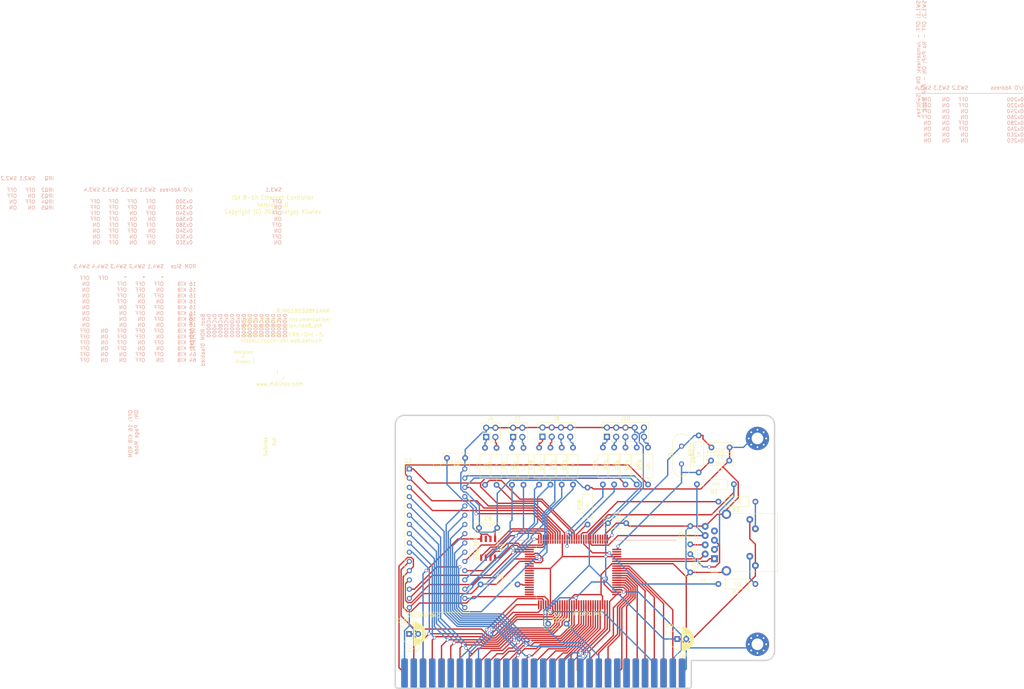
<source format=kicad_pcb>
(kicad_pcb (version 20221018) (generator pcbnew)
  (title_block (title "ISA 8-Bit Ethernet Controller") (date "2021-04-22") (rev "1.0") (company "Designed by Sergey Kiselev") (comment 2 "Licensed under CERN-OHL-S: https://cern-ohl.web.cern.ch") (comment 3 "Documentation and design files: https://github.com/skiselev/isa8_eth") (comment 4 "ISA 8-Bit Ethernet Controller is an open source hardware project"))
  (layers (0 "F.Cu" signal "Front") (31 "B.Cu" signal "Back") (34 "B.Paste" user) (35 "F.Paste" user) (36 "B.SilkS" user "B.Silkscreen") (37 "F.SilkS" user "F.Silkscreen") (38 "B.Mask" user) (39 "F.Mask" user) (44 "Edge.Cuts" user))
  (net 0 "")
  (net 1 "/A0")
  (net 2 "/A1")
  (net 3 "/A10")
  (net 4 "/A11")
  (net 5 "/A12")
  (net 6 "/A13")
  (net 7 "/A14")
  (net 8 "/A15")
  (net 9 "/A16")
  (net 10 "/A17")
  (net 11 "/A18")
  (net 12 "/A19")
  (net 13 "/A2")
  (net 14 "/A3")
  (net 15 "/A4")
  (net 16 "/A5")
  (net 17 "/A6")
  (net 18 "/A7")
  (net 19 "/A8")
  (net 20 "/A9")
  (net 21 "/AEN")
  (net 22 "/D0")
  (net 23 "/D1")
  (net 24 "/D2")
  (net 25 "/D3")
  (net 26 "/D4")
  (net 27 "/D5")
  (net 28 "/D6")
  (net 29 "/D7")
  (net 30 "/~{IOR}")
  (net 31 "/~{IOW}")
  (net 32 "GND")
  (net 33 "VCC")
  (net 34 "/RSTDRV")
  (net 35 "/IRQ9")
  (net 41 "/~{SMEMW}")
  (net 42 "/~{SMEMR}")
  (net 51 "/IRQ5")
  (net 52 "/IRQ4")
  (net 53 "/IRQ3")
  (net 59 "/IOCHRDY")
  (net 60 "/~{IOCS16}")
  (net 61 "Net-(U1-X1)")
  (net 62 "Net-(U1-X2)")
  (net 63 "Net-(J1-TCT)")
  (net 64 "Net-(J1-RCT)")
  (net 65 "/TP_RX-")
  (net 66 "/TP_RX+")
  (net 67 "/TP_TX-")
  (net 68 "/TP_TX+")
  (net 69 "/LED_LINK")
  (net 70 "/JP")
  (net 71 "/BA18")
  (net 72 "/BA17")
  (net 73 "/BA16")
  (net 74 "/BD6")
  (net 75 "/BD5")
  (net 76 "/BD4")
  (net 77 "/BD3")
  (net 78 "/BD2")
  (net 79 "/BD1")
  (net 80 "/BD0")
  (net 81 "Net-(J1-LEDY_K)")
  (net 82 "Net-(J1-LEDG_K)")
  (net 84 "/BA15")
  (net 85 "/BA14")
  (net 86 "/~{BCS}")
  (net 87 "/EECS")
  (net 88 "/BD7")
  (net 89 "/BA19")
  (net 90 "/BA20")
  (net 91 "/BA21")
  (net 92 "/LED_CRS")
  (net 113 "/AUI")
  (net 115 "Net-(J4-Pin_1)")
  (net 116 "Net-(J4-Pin_3)")
  (net 117 "Net-(J7-Pin_1)")
  (net 118 "Net-(J7-Pin_3)")
  (net 119 "Net-(J9-Pin_1)")
  (net 120 "Net-(J9-Pin_3)")
  (net 121 "Net-(J9-Pin_5)")
  (net 122 "Net-(J9-Pin_7)")
  (net 123 "Net-(J10-Pin_1)")
  (net 124 "Net-(J10-Pin_3)")
  (net 125 "Net-(J10-Pin_5)")
  (net 126 "Net-(J10-Pin_7)")
  (net 127 "Net-(J10-Pin_9)")
  (footprint "xt_eth:MountingHole_3.2mm_M3_Pad_Via" (layer "F.Cu") (at 201.041 66.04)
    (fp_text reference "HOLE1" hide)
    (fp_text value "M3")
  )
  (footprint "xt_eth:MountingHole_3.2mm_M3_Pad_Via" (layer "F.Cu") (at 201.041 122.555)
    (fp_text reference "HOLE2" hide)
    (fp_text value "M3")
  )
  (footprint "xt_eth:Crystal_HC-49U_Vert" (layer "F.Cu") (at 180.2 70.6 90)
    (fp_text reference "Y1")
    (fp_text value "20MHz")
  )
  (footprint "xt_eth:Socket_DIP32_600" (layer "F.Cu") (at 113.08 93.45 -90)
    (fp_text reference "U2")
    (fp_text value "SST39SF040")
  )
  (footprint "xt_eth:SO-8_3.9x4.9mm_P1.27mm" (layer "F.Cu") (at 127.1 96.2 90)
    (fp_text reference "U3")
    (fp_text value "93LC46C")
  )
  (footprint "xt_eth:C_Disc_D7.0mm_W2.5mm_P5.00mm" (layer "F.Cu") (at 160 89.3)
    (fp_text reference "C5")
    (fp_text value "0.1uF")
  )
  (footprint "xt_eth:C_Disc_D7.0mm_W2.5mm_P5.00mm" (layer "F.Cu") (at 124.6 90.6)
    (fp_text reference "C8")
    (fp_text value "0.1uF")
  )
  (footprint "xt_eth:R_Axial_DIN0207_L6.3mm_D2.5mm_P10.16mm_Horizontal" (layer "F.Cu") (at 125.02 106.1)
    (fp_text reference "R6")
    (fp_text value "27k")
  )
  (footprint "xt_eth:R_Axial_DIN0207_L6.3mm_D2.5mm_P10.16mm_Horizontal" (layer "F.Cu") (at 184.9 75.38 90)
    (fp_text reference "R7")
    (fp_text value "1M")
  )
  (footprint "xt_eth:C_Disc_D7.0mm_W2.5mm_P5.00mm" (layer "F.Cu") (at 120.8 71.4 180)
    (fp_text reference "C7")
    (fp_text value "0.1uF")
  )
  (footprint "xt_eth:IC_PQFP-100_14x20mm_P0.65mm_Hand_Soldering" (layer "F.Cu") (at 150.4 102.7 90)
    (fp_text reference "U1")
    (fp_text value "RTL8019AS")
  )
  (footprint "xt_eth:R_Axial_DIN0207_L6.3mm_D2.5mm_P10.16mm_Horizontal" (layer "F.Cu") (at 194.58 78.6 180)
    (fp_text reference "R1")
    (fp_text value "200")
  )
  (footprint "xt_eth:C_Disc_D7.0mm_W2.5mm_P5.00mm" (layer "F.Cu") (at 182.6 95.1 90)
    (fp_text reference "C3")
    (fp_text value "0.01uF")
  )
  (footprint "xt_eth:R_Axial_DIN0207_L6.3mm_D2.5mm_P10.16mm_Horizontal" (layer "F.Cu") (at 200.48 83.4 180)
    (fp_text reference "R3")
    (fp_text value "470")
  )
  (footprint "xt_eth:C_Disc_D7.0mm_W2.5mm_P5.00mm" (layer "F.Cu") (at 193.3 72.1 180)
    (fp_text reference "C1")
    (fp_text value "10pF")
  )
  (footprint "xt_eth:C_Disc_D7.0mm_W2.5mm_P5.00mm" (layer "F.Cu") (at 193.4 68.5 180)
    (fp_text reference "C2")
    (fp_text value "10pF")
  )
  (footprint "xt_eth:Conn_Edge_PCB_ISA8" (layer "F.Cu") (at 142.24 130.4925)
    (fp_text reference "BUS1" hide)
    (fp_text value "BUSPC_DEV" hide)
  )
  (footprint "xt_eth:C_Disc_D7.0mm_W2.5mm_P5.00mm" (layer "F.Cu") (at 143.6 116.9)
    (fp_text reference "C6")
    (fp_text value "0.1uF")
  )
  (footprint "xt_eth:R_Axial_DIN0207_L6.3mm_D2.5mm_P10.16mm_Horizontal" (layer "F.Cu") (at 200.48 106 180)
    (fp_text reference "R2")
    (fp_text value "470")
  )
  (footprint "xt_eth:C_Disc_D7.0mm_W2.5mm_P5.00mm" (layer "F.Cu") (at 182.6 97.8 -90)
    (fp_text reference "C4")
    (fp_text value "0.01uF")
  )
  (footprint "xt_eth:RJ45_Amphenol_RJMG1BD3B8K1ANR" (layer "F.Cu") (at 189.23 99.06 90)
    (fp_text reference "J1")
    (fp_text value "RJMG1BD3B8K1ANR")
  )
  (footprint "xt_eth:CP_Radial_D6.3mm_P2.50mm" (layer "F.Cu") (at 179 121.1)
    (fp_text reference "C9")
    (fp_text value "22uF")
  )
  (footprint "xt_eth:CP_Radial_D6.3mm_P2.50mm" (layer "F.Cu") (at 105.4 119.7)
    (fp_text reference "C10")
    (fp_text value "22uF")
  )
  (footprint "xt_eth:R_Axial_DIN0207_L6.3mm_D2.5mm_P10.16mm_Horizontal" (layer "F.Cu") (at 141.1 78.715 90)
    (fp_text reference "R10")
    (fp_text value "10K")
  )
  (footprint "xt_eth:PinHeader_2x02_P2.54mm_Vertical" (layer "F.Cu") (at 126.56 65.64 90)
    (fp_text reference "J4")
    (fp_text value "Conn_02x02_Odd_Even")
  )
  (footprint "xt_eth:PinHeader_2x02_P2.54mm_Vertical" (layer "F.Cu") (at 133.95 65.64 90)
    (fp_text reference "J7")
    (fp_text value "Conn_02x02_Odd_Even")
  )
  (footprint "xt_eth:PinHeader_2x05_P2.54mm_Vertical" (layer "F.Cu") (at 159.72 65.6 90)
    (fp_text reference "J10")
    (fp_text value "Conn_02x05_Odd_Even")
  )
  (footprint "xt_eth:R_Axial_DIN0207_L6.3mm_D2.5mm_P10.16mm_Horizontal" (layer "F.Cu") (at 136.8 78.78 90)
    (fp_text reference "R9")
    (fp_text value "10K")
  )
  (footprint "xt_eth:R_Axial_DIN0207_L6.3mm_D2.5mm_P10.16mm_Horizontal" (layer "F.Cu") (at 147.3 78.715 90)
    (fp_text reference "R12")
    (fp_text value "10K")
  )
  (footprint "xt_eth:R_Axial_DIN0207_L6.3mm_D2.5mm_P10.16mm_Horizontal" (layer "F.Cu") (at 154.4 89.68 90)
    (fp_text reference "R18")
    (fp_text value "10K")
  )
  (footprint "xt_eth:R_Axial_DIN0207_L6.3mm_D2.5mm_P10.16mm_Horizontal" (layer "F.Cu") (at 161.7 78.68 90)
    (fp_text reference "R15")
    (fp_text value "10K")
  )
  (footprint "xt_eth:R_Axial_DIN0207_L6.3mm_D2.5mm_P10.16mm_Horizontal" (layer "F.Cu") (at 150.4 78.715 90)
    (fp_text reference "R13")
    (fp_text value "10K")
  )
  (footprint "xt_eth:R_Axial_DIN0207_L6.3mm_D2.5mm_P10.16mm_Horizontal" (layer "F.Cu") (at 164.8 78.68 90)
    (fp_text reference "R16")
    (fp_text value "10K")
  )
  (footprint "xt_eth:PinHeader_2x04_P2.54mm_Vertical" (layer "F.Cu") (at 142.02 65.575 90)
    (fp_text reference "J9")
    (fp_text value "Conn_02x04_Odd_Even")
  )
  (footprint "xt_eth:R_Axial_DIN0207_L6.3mm_D2.5mm_P10.16mm_Horizontal" (layer "F.Cu") (at 158.6 78.68 90)
    (fp_text reference "R14")
    (fp_text value "10K")
  )
  (footprint "xt_eth:R_Axial_DIN0207_L6.3mm_D2.5mm_P10.16mm_Horizontal" (layer "F.Cu") (at 126.24 78.78 90)
    (fp_text reference "R4")
    (fp_text value "10K")
  )
  (footprint "xt_eth:R_Axial_DIN0207_L6.3mm_D2.5mm_P10.16mm_Horizontal" (layer "F.Cu") (at 133.65 78.78 90)
    (fp_text reference "R8")
    (fp_text value "10K")
  )
  (footprint "xt_eth:R_Axial_DIN0207_L6.3mm_D2.5mm_P10.16mm_Horizontal" (layer "F.Cu") (at 167.9 78.68 90)
    (fp_text reference "R17")
    (fp_text value "10K")
  )
  (footprint "xt_eth:R_Axial_DIN0207_L6.3mm_D2.5mm_P10.16mm_Horizontal" (layer "F.Cu") (at 171 78.68 90)
    (fp_text reference "R19")
    (fp_text value "10K")
  )
  (footprint "xt_eth:R_Axial_DIN0207_L6.3mm_D2.5mm_P10.16mm_Horizontal" (layer "F.Cu") (at 144.2 78.715 90)
    (fp_text reference "R11")
    (fp_text value "10K")
  )
  (footprint "xt_eth:R_Axial_DIN0207_L6.3mm_D2.5mm_P10.16mm_Horizontal" (layer "F.Cu") (at 129.4 78.78 90)
    (fp_text reference "R5")
    (fp_text value "10K")
  )
  (gr_line (start 133.985 93.98) (end 178.7525 93.98) (stroke (width 0.15)) (layer "B.SilkS"))
  (gr_line (start 273.9275 -28.7) (end 244.4 -28.7) (stroke (width 0.15)) (layer "B.SilkS"))
  (gr_line (start 71.1425 49.1325) (end 70.5075 49.7675) (stroke (width 0.15)) (layer "F.SilkS"))
  (gr_line (start 69.2375 47.2275) (end 69.2375 48.4975) (stroke (width 0.15)) (layer "F.SilkS"))
  (gr_line (start 62.701545 45.768787) (end 62.609045 43.647705) (stroke (width 0.12)) (layer "F.SilkS"))
  (gr_line (start 101.6 133.985) (end 101.6 62.23) (stroke (width 0.381)) (layer "Edge.Cuts"))
  (gr_line (start 203.2 59.69) (end 104.14 59.69) (stroke (width 0.381)) (layer "Edge.Cuts"))
  (gr_arc (start 205.74 124.46) (mid 204.996051 126.256051) (end 203.2 127) (stroke (width 0.381)) (layer "Edge.Cuts"))
  (gr_line (start 182.88 133.985) (end 182.88 127) (stroke (width 0.381)) (layer "Edge.Cuts"))
  (gr_line (start 102.235 134.62) (end 182.245 134.62) (stroke (width 0.381)) (layer "Edge.Cuts"))
  (gr_line (start 203.2 127) (end 182.88 127) (stroke (width 0.381)) (layer "Edge.Cuts"))
  (gr_arc (start 203.2 59.69) (mid 204.996051 60.433949) (end 205.74 62.23) (stroke (width 0.381)) (layer "Edge.Cuts"))
  (gr_arc (start 182.88 133.985) (mid 182.694013 134.434013) (end 182.245 134.62) (stroke (width 0.381)) (layer "Edge.Cuts"))
  (gr_line (start 205.74 124.46) (end 205.74 62.23) (stroke (width 0.381)) (layer "Edge.Cuts"))
  (gr_arc (start 101.6 62.23) (mid 102.343949 60.433949) (end 104.14 59.69) (stroke (width 0.381)) (layer "Edge.Cuts"))
  (gr_arc (start 102.235 134.62) (mid 101.785987 134.434013) (end 101.6 133.985) (stroke (width 0.381)) (layer "Edge.Cuts"))
  (gr_text "SW2.2\n\nOFF\nOFF\nON\nON" (at -2.2 -1.35) (layer "B.SilkS") (effects (font (size 1 1)) (justify left mirror)))
  (gr_text "SW2.1\n\nOFF\nON\nOFF\nON" (at 2.88 -1.35) (layer "B.SilkS") (effects (font (size 1 1)) (justify left mirror)))
  (gr_text "SW3.4\n\nOFF\nOFF\nOFF\nOFF\nON\nON\nON\nON" (at 248.845 -22.985) (layer "B.SilkS") (effects (font (size 1 1)) (justify left mirror)))
  (gr_text "SW3.3\n\nON\nON\nON\nON\nON\nON\nON\nON" (at 253.925 -22.985) (layer "B.SilkS") (effects (font (size 1 1)) (justify left mirror)))
  (gr_text "SW3.2\n\nOFF\nOFF\nON\nON\nOFF\nOFF\nON\nON" (at 259.005 -22.985) (layer "B.SilkS") (effects (font (size 1 1)) (justify left mirror)))
  (gr_text "I/O Address\n\n0x200\n0x220\n0x240\n0x260\n0x280\n0x2A0\n0x2C0\n0x2E0" (at 274.245 -22.985) (layer "B.SilkS") (effects (font (size 1 1)) (justify left mirror)))
  (gr_text "SW3.1\n\nOFF\nON\nOFF\nON\nOFF\nON\nOFF\nON" (at 70.5075 5) (layer "B.SilkS") (effects (font (size 1 1)) (justify left mirror)))
  (gr_text "IRQ\n\nIRQ2\nIRQ3\nIRQ4\nIRQ5" (at 7.96 -1.35) (layer "B.SilkS") (effects (font (size 1 1)) (justify left mirror)))
  (gr_text "SW4.5\n\nOFF\nON\nON\nON\nON\nON\nON\nON\nON\nOFF\nOFF\nOFF\nOFF\nOFF\nOFF" (at 17.8025 31.67) (layer "B.SilkS") (effects (font (size 1 1)) (justify left mirror)))
  (gr_text "SW4.2\n\n*\nOFF\nOFF\nON\nON\nOFF\nOFF\nON\nON\nOFF\nOFF\nON\nON\nOFF\nOFF" (at 33.0425 31.67) (layer "B.SilkS") (effects (font (size 1 1)) (justify left mirror)))
  (gr_text "SW4.1\n\n*\nOFF\nON\nOFF\nON\nOFF\nON\nOFF\nON\nOFF\nON\nOFF\nON\nOFF\nON" (at 38.1225 31.67) (layer "B.SilkS") (effects (font (size 1 1)) (justify left mirror)))
  (gr_text "SW4.3\n\n*\nOFF\nOFF\nOFF\nOFF\nON\nON\nON\nON\nOFF\nOFF\nOFF\nOFF\nON\nON" (at 27.9625 31.67) (layer "B.SilkS") (effects (font (size 1 1)) (justify left mirror)))
  (gr_text "ROM Address\n\nBoot ROM Disabled\n0xC0000\n0xC4000\n0xC8000\n0xCC000\n0xD0000\n0xD4000\n0xD8000\n0xDC000\n0xC0000\n0xC8000\n0xD0000\n0xD8000\n0xC0000\n0xD0000" (at 58.4425 31.67 90) (layer "B.SilkS") (effects (font (size 1 1)) (justify left mirror)))
  (gr_text "SW4.4\n\nOFF\n\n\n\n\n\n\n\n\nON\nON\nON\nON\nON\nON" (at 22.8825 31.67) (layer "B.SilkS") (effects (font (size 1 1)) (justify left mirror)))
  (gr_text "ROM Size\n\n\n16 KiB\n16 KiB\n16 KiB\n16 KiB\n16 KiB\n16 KiB\n16 KiB\n16 KiB\n32 KiB\n32 KiB\n32 KiB\n32 KiB\n64 KiB\n64 KiB" (at 47.0125 31.67) (layer "B.SilkS") (effects (font (size 1 1)) (justify left mirror)))
  (gr_text "OFF: 16 KiB ROM\nON:  Page Mode" (at 29.7 58.1 90) (layer "B.SilkS") (effects (font (size 1 1)) (justify left mirror)))
  (gr_text "SW3.2\n\nOFF\nOFF\nON\nON\nOFF\nOFF\nON\nON" (at 30.82 5) (layer "B.SilkS") (effects (font (size 1 1)) (justify left mirror)))
  (gr_text "SW3.1\n\nOFF\nON\nOFF\nON\nOFF\nON\nOFF\nON" (at 35.9 5) (layer "B.SilkS") (effects (font (size 1 1)) (justify left mirror)))
  (gr_text "SW3.3\n\nOFF\nOFF\nOFF\nOFF\nOFF\nOFF\nOFF\nOFF" (at 25.74 5) (layer "B.SilkS") (effects (font (size 1 1)) (justify left mirror)))
  (gr_text "SW3.4\n\nOFF\nOFF\nOFF\nOFF\nON\nON\nON\nON" (at 20.66 5) (layer "B.SilkS") (effects (font (size 1 1)) (justify left mirror)))
  (gr_text "I/O Address\n\n0x300\n0x320\n0x340\n0x360\n0x380\n0x3A0\n0x3C0\n0x3E0" (at 46.06 5) (layer "B.SilkS") (effects (font (size 1 1)) (justify left mirror)))
  (gr_text "SW1.1: OFF - Jumperless; ON - Switches\nSW1.2: OFF - No PnP; ON - PnP Mode" (at 246.05 -54.3425 90) (layer "B.SilkS") (effects (font (size 1 1)) (justify left mirror)))
  (gr_text "Switches" (at 65.96 65.6 90) (layer "F.SilkS") (effects (font (size 1 0.8)) (justify right)))
  (gr_text "PnP" (at 68.5 65.6 90) (layer "F.SilkS") (effects (font (size 1 0.8)) (justify right)))
  (gr_text "www.malinov.com" (at 69.8725 51.0375) (layer "F.SilkS") (effects (font (size 1.2 1))))
  (gr_text "Design files and documentation:\ngithub.com/skiselev/isa8_eth" (at 59.0775 34.21) (layer "F.SilkS") (effects (font (size 1 1)) (justify left)))
  (gr_text "Licensed under CERN-OHL-S:\nhttps://cern-ohl.web.cern.ch" (at 59.0775 38.3375) (layer "F.SilkS") (effects (font (size 1 1)) (justify left)))
  (gr_text "ISA 8-bit Ethernet Controller\nVersion 1.0\nCopyright (C) 2021 Sergey Kiselev" (at 67.9675 1.825) (layer "F.SilkS") (effects (font (size 1.2 1))))
  (gr_text "Designed\nin\nOregon" (at 59.8395 43.608) (layer "F.SilkS") (effects (font (size 0.8 0.8) (thickness 0.12))))
  (segment (start 142.6331 109.4662) (end 122.9268 109.4662) (width 0.3684) (layer "F.Cu") (net 1))
  (segment (start 108.2639 111.23) (end 105.9093 113.5846) (width 0.3684) (layer "F.Cu") (net 1))
  (segment (start 105.46 102.34) (end 106.5781 101.2219) (width 0.3684) (layer "F.Cu") (net 1))
  (segment (start 143.55 111.7) (end 143.55 110.3831) (width 0.3684) (layer "F.Cu") (net 1))
  (segment (start 106.5781 101.2219) (end 106.5781 99.2791) (width 0.3684) (layer "F.Cu") (net 1))
  (segment (start 121.163 111.23) (end 108.2639 111.23) (width 0.3684) (layer "F.Cu") (net 1))
  (segment (start 143.55 110.3831) (end 142.6331 109.4662) (width 0.3684) (layer "F.Cu") (net 1))
  (segment (start 106.5781 99.2791) (end 106.0134 98.7144) (width 0.3684) (layer "F.Cu") (net 1))
  (segment (start 102.6278 128.9803) (end 104.14 130.4925) (width 0.3684) (layer "F.Cu") (net 1))
  (segment (start 103.7684 112.4056) (end 103.7684 104.0316) (width 0.3684) (layer "F.Cu") (net 1))
  (segment (start 106.0134 98.7144) (end 104.9831 98.7144) (width 0.3684) (layer "F.Cu") (net 1))
  (segment (start 104.9831 98.7144) (end 102.6278 101.0697) (width 0.3684) (layer "F.Cu") (net 1))
  (segment (start 103.7684 104.0316) (end 105.46 102.34) (width 0.3684) (layer "F.Cu") (net 1))
  (segment (start 105.9093 113.5846) (end 104.9474 113.5846) (width 0.3684) (layer "F.Cu") (net 1))
  (segment (start 122.9268 109.4662) (end 121.163 111.23) (width 0.3684) (layer "F.Cu") (net 1))
  (segment (start 104.9474 113.5846) (end 103.7684 112.4056) (width 0.3684) (layer "F.Cu") (net 1))
  (segment (start 102.6278 101.0697) (end 102.6278 128.9803) (width 0.3684) (layer "F.Cu") (net 1))
  (segment (start 106.68 118.4993) (end 106.68 130.4925) (width 0.3684) (layer "F.Cu") (net 2))
  (segment (start 125.2441 118.37) (end 127.1299 120.2558) (width 0.3684) (layer "F.Cu") (net 2))
  (segment (start 105.46 99.8) (end 103.1981 102.0619) (width 0.3684) (layer "F.Cu") (net 2))
  (segment (start 144.4805 114.4362) (end 144.967 113.9497) (width 0.3684) (layer "F.Cu") (net 2))
  (segment (start 127.1299 120.2558) (end 128.8271 120.2558) (width 0.3684) (layer "F.Cu") (net 2))
  (segment (start 103.1981 102.0619) (end 103.1981 114.7588) (width 0.3684) (layer "F.Cu") (net 2))
  (segment (start 144.967 113.9497) (end 144.967 113.2615) (width 0.3684) (layer "F.Cu") (net 2))
  (segment (start 144.967 113.2615) (end 144.85 113.1445) (width 0.3684) (layer "F.Cu") (net 2))
  (segment (start 134.6467 114.4362) (end 144.4805 114.4362) (width 0.3684) (layer "F.Cu") (net 2))
  (segment (start 144.85 113.1445) (end 144.85 111.7) (width 0.3684) (layer "F.Cu") (net 2))
  (segment (start 106.8093 118.37) (end 125.2441 118.37) (width 0.3684) (layer "F.Cu") (net 2))
  (segment (start 103.1981 114.7588) (end 106.8093 118.37) (width 0.3684) (layer "F.Cu") (net 2))
  (segment (start 128.8271 120.2558) (end 134.6467 114.4362) (width 0.3684) (layer "F.Cu") (net 2))
  (segment (start 106.8093 118.37) (end 106.68 118.4993) (width 0.3684) (layer "F.Cu") (net 2))
  (segment (start 152 111.7) (end 152 116.8414) (width 0.3684) (layer "F.Cu") (net 3))
  (segment (start 139.0989 121.5164) (end 138.7689 121.8464) (width 0.3684) (layer "F.Cu") (net 3))
  (segment (start 134.375 124.4464) (end 136.975 121.8464) (width 0.3684) (layer "F.Cu") (net 3))
  (segment (start 152 116.8414) (end 147.325 121.5164) (width 0.3684) (layer "F.Cu") (net 3))
  (segment (start 129.54 130.4925) (end 129.54 127.7863) (width 0.3684) (layer "F.Cu") (net 3))
  (segment (start 147.325 121.5164) (end 139.0989 121.5164) (width 0.3684) (layer "F.Cu") (net 3))
  (segment (start 132.8799 124.4464) (end 134.375 124.4464) (width 0.3684) (layer "F.Cu") (net 3))
  (segment (start 136.975 121.8464) (end 138.7689 121.8464) (width 0.3684) (layer "F.Cu") (net 3))
  (segment (start 129.54 127.7863) (end 132.8799 124.4464) (width 0.3684) (layer "F.Cu") (net 3))
  (via (at 138.7689 121.8464) (size 0.889) (drill 0.635) (layers "F.Cu" "B.Cu") (net 3))
  (segment (start 120.7 97.26) (end 118.4465 99.5135) (width 0.3684) (layer "B.Cu") (net 3))
  (segment (start 120.0487 114.2292) (end 131.1517 114.2292) (width 0.3684) (layer "B.Cu") (net 3))
  (segment (start 131.1517 114.2292) (end 138.7689 121.8464) (width 0.3684) (layer "B.Cu") (net 3))
  (segment (start 118.4465 112.627) (end 120.0487 114.2292) (width 0.3684) (layer "B.Cu") (net 3))
  (segment (start 118.4465 99.5135) (end 118.4465 112.627) (width 0.3684) (layer "B.Cu") (net 3))
  (segment (start 152.65 111.7) (end 152.65 116.998) (width 0.3684) (layer "F.Cu") (net 4))
  (segment (start 139.7427 122.0867) (end 138.9121 122.9173) (width 0.3684) (layer "F.Cu") (net 4))
  (segment (start 138.9121 122.9173) (end 137.43 122.9173) (width 0.3684) (layer "F.Cu") (net 4))
  (segment (start 136.7788 122.9173) (end 132.08 127.6161) (width 0.3684) (layer "F.Cu") (net 4))
  (segment (start 147.5613 122.0867) (end 139.7427 122.0867) (width 0.3684) (layer "F.Cu") (net 4))
  (segment (start 137.43 122.9173) (end 136.7788 122.9173) (width 0.3684) (layer "F.Cu") (net 4))
  (segment (start 152.65 116.998) (end 147.5613 122.0867) (width 0.3684) (layer "F.Cu") (net 4))
  (segment (start 132.08 127.6161) (end 132.08 130.4925) (width 0.3684) (layer "F.Cu") (net 4))
  (via (at 137.43 122.9173) (size 0.889) (drill 0.635) (layers "F.Cu" "B.Cu") (net 4))
  (segment (start 137.43 122.6012) (end 137.43 122.9173) (width 0.3684) (layer "B.Cu") (net 4))
  (segment (start 130.2015 115.3727) (end 137.43 122.6012) (width 0.3684) (layer "B.Cu") (net 4))
  (segment (start 117.3059 95.5741) (end 117.3059 113.105) (width 0.3684) (layer "B.Cu") (net 4))
  (segment (start 119.5736 115.3727) (end 130.2015 115.3727) (width 0.3684) (layer "B.Cu") (net 4))
  (segment (start 117.3059 113.105) (end 119.5736 115.3727) (width 0.3684) (layer "B.Cu") (net 4))
  (segment (start 120.7 92.18) (end 117.3059 95.5741) (width 0.3684) (layer "B.Cu") (net 4))
  (segment (start 147.8168 122.657) (end 141.4274 122.657) (width 0.3684) (layer "F.Cu") (net 5))
  (segment (start 140.3222 123.7622) (end 137.1085 123.7622) (width 0.3684) (layer "F.Cu") (net 5))
  (segment (start 153.3 117.1738) (end 147.8168 122.657) (width 0.3684) (layer "F.Cu") (net 5))
  (segment (start 141.4274 122.657) (end 140.3222 123.7622) (width 0.3684) (layer "F.Cu") (net 5))
  (segment (start 134.62 126.2507) (end 135.2419 125.6288) (width 0.3684) (layer "F.Cu") (net 5))
  (segment (start 137.1085 123.7622) (end 135.2419 125.6288) (width 0.3684) (layer "F.Cu") (net 5))
  (segment (start 153.3 111.7) (end 153.3 117.1738) (width 0.3684) (layer "F.Cu") (net 5))
  (segment (start 134.62 130.4925) (end 134.62 126.2507) (width 0.3684) (layer "F.Cu") (net 5))
  (via (at 135.2419 125.6288) (size 0.889) (drill 0.635) (layers "F.Cu" "B.Cu") (net 5))
  (segment (start 105.46 82.02) (end 115.0217 91.5817) (width 0.3684) (layer "B.Cu") (net 5))
  (segment (start 128.4419 117.654) (end 135.2419 124.454) (width 0.3684) (layer "B.Cu") (net 5))
  (segment (start 135.2419 124.454) (end 135.2419 125.6288) (width 0.3684) (layer "B.Cu") (net 5))
  (segment (start 115.0217 114.0779) (end 118.5978 117.654) (width 0.3684) (layer "B.Cu") (net 5))
  (segment (start 118.5978 117.654) (end 128.4419 117.654) (width 0.3684) (layer "B.Cu") (net 5))
  (segment (start 115.0217 91.5817) (end 115.0217 114.0779) (width 0.3684) (layer "B.Cu") (net 5))
  (segment (start 139.1947 125.6962) (end 138.3882 125.6962) (width 0.3684) (layer "F.Cu") (net 6))
  (segment (start 137.16 126.9244) (end 138.3882 125.6962) (width 0.3684) (layer "F.Cu") (net 6))
  (segment (start 141.6636 123.2273) (end 139.1947 125.6962) (width 0.3684) (layer "F.Cu") (net 6))
  (segment (start 153.95 111.7) (end 153.95 117.3308) (width 0.3684) (layer "F.Cu") (net 6))
  (segment (start 148.0535 123.2273) (end 141.6636 123.2273) (width 0.3684) (layer "F.Cu") (net 6))
  (segment (start 153.95 117.3308) (end 148.0535 123.2273) (width 0.3684) (layer "F.Cu") (net 6))
  (segment (start 137.16 130.4925) (end 137.16 126.9244) (width 0.3684) (layer "F.Cu") (net 6))
  (via (at 138.3882 125.6962) (size 0.889) (drill 0.635) (layers "F.Cu" "B.Cu") (net 6))
  (segment (start 137.31 125.6962) (end 138.3882 125.6962) (width 0.3684) (layer "B.Cu") (net 6))
  (segment (start 118.8623 117.0837) (end 128.6975 117.0837) (width 0.3684) (layer "B.Cu") (net 6))
  (segment (start 120.7 84.56) (end 115.592 89.668) (width 0.3684) (layer "B.Cu") (net 6))
  (segment (start 115.592 89.668) (end 115.592 113.8134) (width 0.3684) (layer "B.Cu") (net 6))
  (segment (start 128.6975 117.0837) (end 137.31 125.6962) (width 0.3684) (layer "B.Cu") (net 6))
  (segment (start 115.592 113.8134) (end 118.8623 117.0837) (width 0.3684) (layer "B.Cu") (net 6))
  (segment (start 154.6 117.4873) (end 148.2897 123.7976) (width 0.3684) (layer "F.Cu") (net 7))
  (segment (start 139.7 127.7855) (end 139.7 130.4925) (width 0.3684) (layer "F.Cu") (net 7))
  (segment (start 143.6879 123.7976) (end 139.7 127.7855) (width 0.3684) (layer "F.Cu") (net 7))
  (segment (start 154.6 111.7) (end 154.6 117.4873) (width 0.3684) (layer "F.Cu") (net 7))
  (segment (start 148.2897 123.7976) (end 143.6879 123.7976) (width 0.3684) (layer "F.Cu") (net 7))
  (segment (start 155.25 117.6438) (end 148.5259 124.3679) (width 0.3684) (layer "F.Cu") (net 8))
  (segment (start 142.24 127.7529) (end 142.24 130.4925) (width 0.3684) (layer "F.Cu") (net 8))
  (segment (start 155.25 111.7) (end 155.25 117.6438) (width 0.3684) (layer "F.Cu") (net 8))
  (segment (start 145.625 124.3679) (end 142.24 127.7529) (width 0.3684) (layer "F.Cu") (net 8))
  (segment (start 148.5259 124.3679) (end 145.625 124.3679) (width 0.3684) (layer "F.Cu") (net 8))
  (segment (start 147.6333 124.9382) (end 144.78 127.7915) (width 0.3684) (layer "F.Cu") (net 9))
  (segment (start 144.78 127.7915) (end 144.78 130.4925) (width 0.3684) (layer "F.Cu") (net 9))
  (segment (start 148.7622 124.9382) (end 147.6333 124.9382) (width 0.3684) (layer "F.Cu") (net 9))
  (segment (start 155.9 111.7) (end 155.9 117.8004) (width 0.3684) (layer "F.Cu") (net 9))
  (segment (start 155.9 117.8004) (end 148.7622 124.9382) (width 0.3684) (layer "F.Cu") (net 9))
  (segment (start 156.55 111.7) (end 156.55 117.9588) (width 0.3684) (layer "F.Cu") (net 10))
  (segment (start 147.32 127.1888) (end 147.32 130.4925) (width 0.3684) (layer "F.Cu") (net 10))
  (segment (start 156.55 117.9588) (end 147.32 127.1888) (width 0.3684) (layer "F.Cu") (net 10))
  (segment (start 149.86 125.4815) (end 149.86 130.4925) (width 0.3684) (layer "F.Cu") (net 11))
  (segment (start 157.2 118.1415) (end 149.86 125.4815) (width 0.3684) (layer "F.Cu") (net 11))
  (segment (start 157.2 111.7) (end 157.2 118.1415) (width 0.3684) (layer "F.Cu") (net 11))
  (segment (start 151.622 129.7145) (end 152.4 130.4925) (width 0.3684) (layer "F.Cu") (net 12))
  (segment (start 157.85 118.3244) (end 151.622 124.5524) (width 0.3684) (layer "F.Cu") (net 12))
  (segment (start 157.85 111.7) (end 157.85 118.3244) (width 0.3684) (layer "F.Cu") (net 12))
  (segment (start 151.622 124.5524) (end 151.622 129.7145) (width 0.3684) (layer "F.Cu") (net 12))
  (segment (start 109.22 121.3039) (end 110.8629 119.661) (width 0.3684) (layer "F.Cu") (net 13))
  (segment (start 125.4166 119.661) (end 126.5817 120.8261) (width 0.3684) (layer "F.Cu") (net 13))
  (segment (start 134.933 115.0065) (end 144.7167 115.0065) (width 0.3684) (layer "F.Cu") (net 13))
  (segment (start 144.7167 115.0065) (end 145.5373 114.1859) (width 0.3684) (layer "F.Cu") (net 13))
  (segment (start 126.5817 120.8261) (end 129.1134 120.8261) (width 0.3684) (layer "F.Cu") (net 13))
  (segment (start 109.22 130.4925) (end 109.22 121.3039) (width 0.3684) (layer "F.Cu") (net 13))
  (segment (start 110.8629 119.661) (end 125.4166 119.661) (width 0.3684) (layer "F.Cu") (net 13))
  (segment (start 145.5373 111.7373) (end 145.5 111.7) (width 0.3684) (layer "F.Cu") (net 13))
  (segment (start 129.1134 120.8261) (end 134.933 115.0065) (width 0.3684) (layer "F.Cu") (net 13))
  (segment (start 145.5373 114.1859) (end 145.5373 111.7373) (width 0.3684) (layer "F.Cu") (net 13))
  (via (at 110.8629 119.661) (size 0.889) (drill 0.635) (layers "F.Cu" "B.Cu") (net 13))
  (segment (start 106.2914 97.26) (end 110.9479 101.9165) (width 0.3684) (layer "B.Cu") (net 13))
  (segment (start 105.46 97.26) (end 106.2914 97.26) (width 0.3684) (layer "B.Cu") (net 13))
  (segment (start 110.9479 101.9165) (end 110.9479 119.576) (width 0.3684) (layer "B.Cu") (net 13))
  (segment (start 110.9479 119.576) (end 110.8629 119.661) (width 0.3684) (layer "B.Cu") (net 13))
  (segment (start 129.3496 121.3964) (end 135.0321 115.7139) (width 0.3684) (layer "F.Cu") (net 14))
  (segment (start 144.8158 115.7139) (end 146.15 114.3797) (width 0.3684) (layer "F.Cu") (net 14))
  (segment (start 111.76 130.4925) (end 111.76 121.3826) (width 0.3684) (layer "F.Cu") (net 14))
  (segment (start 135.0321 115.7139) (end 144.8158 115.7139) (width 0.3684) (layer "F.Cu") (net 14))
  (segment (start 125.4062 120.4571) (end 126.3455 121.3964) (width 0.3684) (layer "F.Cu") (net 14))
  (segment (start 111.76 121.3826) (end 112.3788 120.7638) (width 0.3684) (layer "F.Cu") (net 14))
  (segment (start 112.3788 120.7638) (end 112.6855 120.4571) (width 0.3684) (layer "F.Cu") (net 14))
  (segment (start 146.15 114.3797) (end 146.15 111.7) (width 0.3684) (layer "F.Cu") (net 14))
  (segment (start 126.3455 121.3964) (end 129.3496 121.3964) (width 0.3684) (layer "F.Cu") (net 14))
  (segment (start 112.6855 120.4571) (end 125.4062 120.4571) (width 0.3684) (layer "F.Cu") (net 14))
  (via (at 112.3788 120.7638) (size 0.889) (drill 0.635) (layers "F.Cu" "B.Cu") (net 14))
  (segment (start 111.7641 101.0241) (end 111.7641 120.1491) (width 0.3684) (layer "B.Cu") (net 14))
  (segment (start 111.7641 120.1491) (end 112.3788 120.7638) (width 0.3684) (layer "B.Cu") (net 14))
  (segment (start 105.46 94.72) (end 111.7641 101.0241) (width 0.3684) (layer "B.Cu") (net 14))
  (segment (start 133.4599 118.0926) (end 144.1007 118.0926) (width 0.3684) (layer "F.Cu") (net 15))
  (segment (start 129.5858 121.9667) (end 133.4599 118.0926) (width 0.3684) (layer "F.Cu") (net 15))
  (segment (start 144.1007 118.0926) (end 145.4285 116.7648) (width 0.3684) (layer "F.Cu") (net 15))
  (segment (start 114.3 122.9799) (end 115.9543 121.3256) (width 0.3684) (layer "F.Cu") (net 15))
  (segment (start 125.4682 121.3256) (end 126.1093 121.9667) (width 0.3684) (layer "F.Cu") (net 15))
  (segment (start 145.4285 115.9077) (end 146.8 114.5362) (width 0.3684) (layer "F.Cu") (net 15))
  (segment (start 115.9543 121.3256) (end 125.4682 121.3256) (width 0.3684) (layer "F.Cu") (net 15))
  (segment (start 146.8 114.5362) (end 146.8 111.7) (width 0.3684) (layer "F.Cu") (net 15))
  (segment (start 145.4285 116.7648) (end 145.4285 115.9077) (width 0.3684) (layer "F.Cu") (net 15))
  (segment (start 114.3 130.4925) (end 114.3 122.9799) (width 0.3684) (layer "F.Cu") (net 15))
  (segment (start 126.1093 121.9667) (end 129.5858 121.9667) (width 0.3684) (layer "F.Cu") (net 15))
  (via (at 115.9543 121.3256) (size 0.889) (drill 0.635) (layers "F.Cu" "B.Cu") (net 15))
  (segment (start 112.3344 117.7057) (end 115.9543 121.3256) (width 0.3684) (layer "B.Cu") (net 15))
  (segment (start 112.3344 99.0544) (end 112.3344 117.7057) (width 0.3684) (layer "B.Cu") (net 15))
  (segment (start 105.46 92.18) (end 112.3344 99.0544) (width 0.3684) (layer "B.Cu") (net 15))
  (segment (start 117.7413 122.1574) (end 117.9366 121.9621) (width 0.3684) (layer "F.Cu") (net 16))
  (segment (start 117.9366 121.9621) (end 125.2982 121.9621) (width 0.3684) (layer "F.Cu") (net 16))
  (segment (start 116.84 123.0587) (end 117.7413 122.1574) (width 0.3684) (layer "F.Cu") (net 16))
  (segment (start 133.696 118.663) (end 144.3962 118.663) (width 0.3684) (layer "F.Cu") (net 16))
  (segment (start 145.9988 117.0604) (end 145.9988 116.1439) (width 0.3684) (layer "F.Cu") (net 16))
  (segment (start 147.45 114.6927) (end 147.45 111.7) (width 0.3684) (layer "F.Cu") (net 16))
  (segment (start 144.3962 118.663) (end 145.9988 117.0604) (width 0.3684) (layer "F.Cu") (net 16))
  (segment (start 125.8731 122.537) (end 129.822 122.537) (width 0.3684) (layer "F.Cu") (net 16))
  (segment (start 125.2982 121.9621) (end 125.8731 122.537) (width 0.3684) (layer "F.Cu") (net 16))
  (segment (start 129.822 122.537) (end 133.696 118.663) (width 0.3684) (layer "F.Cu") (net 16))
  (segment (start 145.9988 116.1439) (end 147.45 114.6927) (width 0.3684) (layer "F.Cu") (net 16))
  (segment (start 116.84 130.4925) (end 116.84 123.0587) (width 0.3684) (layer "F.Cu") (net 16))
  (via (at 117.7413 122.1574) (size 0.889) (drill 0.635) (layers "F.Cu" "B.Cu") (net 16))
  (segment (start 112.9047 97.0847) (end 112.9047 116.8501) (width 0.3684) (layer "B.Cu") (net 16))
  (segment (start 105.46 89.64) (end 112.9047 97.0847) (width 0.3684) (layer "B.Cu") (net 16))
  (segment (start 117.7413 121.6867) (end 117.7413 122.1574) (width 0.3684) (layer "B.Cu") (net 16))
  (segment (start 112.9047 116.8501) (end 117.7413 121.6867) (width 0.3684) (layer "B.Cu") (net 16))
  (segment (start 120.1925 122.7928) (end 120.2655 122.7198) (width 0.3684) (layer "F.Cu") (net 17))
  (segment (start 130.0582 123.1073) (end 133.9321 119.2334) (width 0.3684) (layer "F.Cu") (net 17))
  (segment (start 146.5705 116.4152) (end 148.1 114.8857) (width 0.3684) (layer "F.Cu") (net 17))
  (segment (start 125.2494 122.7198) (end 125.6369 123.1073) (width 0.3684) (layer "F.Cu") (net 17))
  (segment (start 119.38 123.6053) (end 120.1925 122.7928) (width 0.3684) (layer "F.Cu") (net 17))
  (segment (start 146.5705 117.3227) (end 146.5705 116.4152) (width 0.3684) (layer "F.Cu") (net 17))
  (segment (start 133.9321 119.2334) (end 144.6598 119.2334) (width 0.3684) (layer "F.Cu") (net 17))
  (segment (start 119.38 130.4925) (end 119.38 123.6053) (width 0.3684) (layer "F.Cu") (net 17))
  (segment (start 125.6369 123.1073) (end 130.0582 123.1073) (width 0.3684) (layer "F.Cu") (net 17))
  (segment (start 144.6598 119.2334) (end 146.5705 117.3227) (width 0.3684) (layer "F.Cu") (net 17))
  (segment (start 148.1 114.8857) (end 148.1 111.7) (width 0.3684) (layer "F.Cu") (net 17))
  (segment (start 120.2655 122.7198) (end 125.2494 122.7198) (width 0.3684) (layer "F.Cu") (net 17))
  (via (at 120.1925 122.7928) (size 0.889) (drill 0.635) (layers "F.Cu" "B.Cu") (net 17))
  (segment (start 113.4765 116.0768) (end 120.1925 122.7928) (width 0.3684) (layer "B.Cu") (net 17))
  (segment (start 113.4765 95.1165) (end 113.4765 116.0768) (width 0.3684) (layer "B.Cu") (net 17))
  (segment (start 105.46 87.1) (end 113.4765 95.1165) (width 0.3684) (layer "B.Cu") (net 17))
  (segment (start 121.92 130.4925) (end 121.92 126.0551) (width 0.3684) (layer "F.Cu") (net 18))
  (segment (start 121.92 126.0551) (end 122.6874 125.2877) (width 0.3684) (layer "F.Cu") (net 18))
  (segment (start 147.4139 117.3124) (end 147.4139 116.3947) (width 0.3684) (layer "F.Cu") (net 18))
  (segment (start 130.4188 123.6776) (end 134.2926 119.8038) (width 0.3684) (layer "F.Cu") (net 18))
  (segment (start 122.6874 125.2877) (end 124.2975 123.6776) (width 0.3684) (layer "F.Cu") (net 18))
  (segment (start 147.4139 116.3947) (end 148.75 115.0586) (width 0.3684) (layer "F.Cu") (net 18))
  (segment (start 122.6874 125.2877) (end 120.9947 123.595) (width 0.3684) (layer "F.Cu") (net 18))
  (segment (start 124.2975 123.6776) (end 130.4188 123.6776) (width 0.3684) (layer "F.Cu") (net 18))
  (segment (start 134.2926 119.8038) (end 144.9225 119.8038) (width 0.3684) (layer "F.Cu") (net 18))
  (segment (start 144.9225 119.8038) (end 147.4139 117.3124) (width 0.3684) (layer "F.Cu") (net 18))
  (segment (start 148.75 115.0586) (end 148.75 111.7) (width 0.3684) (layer "F.Cu") (net 18))
  (via (at 120.9947 123.595) (size 0.889) (drill 0.635) (layers "F.Cu" "B.Cu") (net 18))
  (segment (start 105.46 84.56) (end 114.0468 93.1468) (width 0.3684) (layer "B.Cu") (net 18))
  (segment (start 121.0476 122.4141) (end 121.0476 123.5421) (width 0.3684) (layer "B.Cu") (net 18))
  (segment (start 114.0468 93.1468) (end 114.0468 115.4133) (width 0.3684) (layer "B.Cu") (net 18))
  (segment (start 114.0468 115.4133) (end 121.0476 122.4141) (width 0.3684) (layer "B.Cu") (net 18))
  (segment (start 121.0476 123.5421) (end 120.9947 123.595) (width 0.3684) (layer "B.Cu") (net 18))
  (segment (start 131.0701 124.2479) (end 133.8668 121.4512) (width 0.3684) (layer "F.Cu") (net 19))
  (segment (start 146.8526 120.3758) (end 135.3742 120.3758) (width 0.3684) (layer "F.Cu") (net 19))
  (segment (start 150.05 111.7) (end 150.05 117.1784) (width 0.3684) (layer "F.Cu") (net 19))
  (segment (start 135.3742 120.3758) (end 134.2988 121.4512) (width 0.3684) (layer "F.Cu") (net 19))
  (segment (start 124.46 130.4925) (end 124.46 127.7532) (width 0.3684) (layer "F.Cu") (net 19))
  (segment (start 124.46 127.7532) (end 127.9653 124.2479) (width 0.3684) (layer "F.Cu") (net 19))
  (segment (start 133.8668 121.4512) (end 134.2988 121.4512) (width 0.3684) (layer "F.Cu") (net 19))
  (segment (start 127.9653 124.2479) (end 131.0701 124.2479) (width 0.3684) (layer "F.Cu") (net 19))
  (segment (start 150.05 117.1784) (end 146.8526 120.3758) (width 0.3684) (layer "F.Cu") (net 19))
  (via (at 134.2988 121.4512) (size 0.889) (drill 0.635) (layers "F.Cu" "B.Cu") (net 19))
  (segment (start 116.1623 91.6377) (end 116.1623 113.5772) (width 0.3684) (layer "B.Cu") (net 19))
  (segment (start 129.3609 116.5133) (end 134.2988 121.4512) (width 0.3684) (layer "B.Cu") (net 19))
  (segment (start 116.1623 113.5772) (end 119.0984 116.5133) (width 0.3684) (layer "B.Cu") (net 19))
  (segment (start 120.7 87.1) (end 116.1623 91.6377) (width 0.3684) (layer "B.Cu") (net 19))
  (segment (start 119.0984 116.5133) (end 129.3609 116.5133) (width 0.3684) (layer "B.Cu") (net 19))
  (segment (start 136.4061 120.9461) (end 135.3023 122.0499) (width 0.3684) (layer "F.Cu") (net 20))
  (segment (start 147.0888 120.9461) (end 136.4061 120.9461) (width 0.3684) (layer "F.Cu") (net 20))
  (segment (start 127 127.721) (end 129.5694 125.1516) (width 0.3684) (layer "F.Cu") (net 20))
  (segment (start 150.7 117.3349) (end 147.0888 120.9461) (width 0.3684) (layer "F.Cu") (net 20))
  (segment (start 127 130.4925) (end 127 127.721) (width 0.3684) (layer "F.Cu") (net 20))
  (segment (start 150.7 111.7) (end 150.7 117.3349) (width 0.3684) (layer "F.Cu") (net 20))
  (segment (start 129.5694 125.1516) (end 131.1877 125.1516) (width 0.3684) (layer "F.Cu") (net 20))
  (segment (start 133.7603 123.5919) (end 135.3023 122.0499) (width 0.3684) (layer "F.Cu") (net 20))
  (segment (start 131.1877 125.1516) (end 132.7474 123.5919) (width 0.3684) (layer "F.Cu") (net 20))
  (segment (start 132.7474 123.5919) (end 133.7603 123.5919) (width 0.3684) (layer "F.Cu") (net 20))
  (via (at 135.3023 122.0499) (size 0.889) (drill 0.635) (layers "F.Cu" "B.Cu") (net 20))
  (segment (start 120.7 89.64) (end 116.7326 93.6074) (width 0.3684) (layer "B.Cu") (net 20))
  (segment (start 119.3346 115.943) (end 129.9653 115.943) (width 0.3684) (layer "B.Cu") (net 20))
  (segment (start 116.7326 113.341) (end 119.3346 115.943) (width 0.3684) (layer "B.Cu") (net 20))
  (segment (start 129.9653 115.943) (end 135.3023 121.28) (width 0.3684) (layer "B.Cu") (net 20))
  (segment (start 116.7326 93.6074) (end 116.7326 113.341) (width 0.3684) (layer "B.Cu") (net 20))
  (segment (start 135.3023 121.28) (end 135.3023 122.0499) (width 0.3684) (layer "B.Cu") (net 20))
  (segment (start 161.489 112.5368) (end 165.1675 108.8583) (width 0.3684) (layer "F.Cu") (net 21))
  (segment (start 154.94 130.4925) (end 154.94 126.6613) (width 0.3684) (layer "F.Cu") (net 21))
  (segment (start 165.1675 108.8583) (end 165.1675 107.8203) (width 0.3684) (layer "F.Cu") (net 21))
  (segment (start 165.1675 107.8203) (end 164.2722 106.925) (width 0.3684) (layer "F.Cu") (net 21))
  (segment (start 164.2722 106.925) (end 162.4 106.925) (width 0.3684) (layer "F.Cu") (net 21))
  (segment (start 161.489 120.1123) (end 161.489 112.5368) (width 0.3684) (layer "F.Cu") (net 21))
  (segment (start 154.94 126.6613) (end 161.489 120.1123) (width 0.3684) (layer "F.Cu") (net 21))
  (segment (start 160.02 123.2938) (end 163.2129 120.1009) (width 0.3684) (layer "F.Cu") (net 22))
  (segment (start 164.6899 105.625) (end 162.4 105.625) (width 0.3684) (layer "F.Cu") (net 22))
  (segment (start 166.3111 109.3298) (end 166.3111 107.2462) (width 0.3684) (layer "F.Cu") (net 22))
  (segment (start 160.02 130.4925) (end 160.02 123.2938) (width 0.3684) (layer "F.Cu") (net 22))
  (segment (start 166.3111 107.2462) (end 164.6899 105.625) (width 0.3684) (layer "F.Cu") (net 22))
  (segment (start 163.2129 120.1009) (end 163.2129 112.428) (width 0.3684) (layer "F.Cu") (net 22))
  (segment (start 163.2129 112.428) (end 166.3111 109.3298) (width 0.3684) (layer "F.Cu") (net 22))
  (segment (start 166.8814 109.566) (end 166.8814 107.01) (width 0.3684) (layer "F.Cu") (net 23))
  (segment (start 164.8464 104.975) (end 162.4 104.975) (width 0.3684) (layer "F.Cu") (net 23))
  (segment (start 163.8049 129.2476) (end 163.8049 112.6425) (width 0.3684) (layer "F.Cu") (net 23))
  (segment (start 162.56 130.4925) (end 163.8049 129.2476) (width 0.3684) (layer "F.Cu") (net 23))
  (segment (start 163.8049 112.6425) (end 166.8814 109.566) (width 0.3684) (layer "F.Cu") (net 23))
  (segment (start 166.8814 107.01) (end 164.8464 104.975) (width 0.3684) (layer "F.Cu") (net 23))
  (segment (start 167.4517 106.7738) (end 165.0029 104.325) (width 0.3684) (layer "F.Cu") (net 24))
  (segment (start 165.1 112.1539) (end 167.4517 109.8022) (width 0.3684) (layer "F.Cu") (net 24))
  (segment (start 167.4517 109.8022) (end 167.4517 106.7738) (width 0.3684) (layer "F.Cu") (net 24))
  (segment (start 165.1 130.4925) (end 165.1 112.1539) (width 0.3684) (layer "F.Cu") (net 24))
  (segment (start 165.0029 104.325) (end 162.4 104.325) (width 0.3684) (layer "F.Cu") (net 24))
  (segment (start 165.1594 103.675) (end 162.4 103.675) (width 0.3684) (layer "F.Cu") (net 25))
  (segment (start 167.64 130.4925) (end 168.022 130.1105) (width 0.3684) (layer "F.Cu") (net 25))
  (segment (start 168.022 106.5376) (end 165.1594 103.675) (width 0.3684) (layer "F.Cu") (net 25))
  (segment (start 168.022 130.1105) (end 168.022 106.5376) (width 0.3684) (layer "F.Cu") (net 25))
  (segment (start 170.18 130.4925) (end 170.18 107.8891) (width 0.3684) (layer "F.Cu") (net 26))
  (segment (start 170.18 107.8891) (end 165.3159 103.025) (width 0.3684) (layer "F.Cu") (net 26))
  (segment (start 165.3159 103.025) (end 162.4 103.025) (width 0.3684) (layer "F.Cu") (net 26))
  (segment (start 172.7199 109.6225) (end 165.4724 102.375) (width 0.3684) (layer "F.Cu") (net 27))
  (segment (start 172.7199 130.4925) (end 172.7199 109.6225) (width 0.3684) (layer "F.Cu") (net 27))
  (segment (start 165.4724 102.375) (end 162.4 102.375) (width 0.3684) (layer "F.Cu") (net 27))
  (segment (start 172.72 130.4925) (end 172.7199 130.4925) (width 0.3684) (layer "F.Cu") (net 27))
  (segment (start 175.26 111.3561) (end 165.6289 101.725) (width 0.3684) (layer "F.Cu") (net 28))
  (segment (start 175.26 130.4925) (end 175.26 111.3561) (width 0.3684) (layer "F.Cu") (net 28))
  (segment (start 165.6289 101.725) (end 162.4 101.725) (width 0.3684) (layer "F.Cu") (net 28))
  (segment (start 177.8 113.0896) (end 165.7854 101.075) (width 0.3684) (layer "F.Cu") (net 29))
  (segment (start 177.8 130.4925) (end 177.8 113.0896) (width 0.3684) (layer "F.Cu") (net 29))
  (segment (start 165.7854 101.075) (end 162.4 101.075) (width 0.3684) (layer "F.Cu") (net 29))
  (segment (start 152.4526 124.8547) (end 152.4526 124.8964) (width 0.3684) (layer "F.Cu") (net 30))
  (segment (start 159.15 111.7) (end 159.15 118.1573) (width 0.3684) (layer "F.Cu") (net 30))
  (segment (start 159.15 118.1573) (end 152.4526 124.8547) (width 0.3684) (layer "F.Cu") (net 30))
  (via (at 152.4526 124.8964) (size 0.889) (drill 0.635) (layers "F.Cu" "B.Cu") (net 30))
  (segment (start 147.32 130.4925) (end 147.32 127.7579) (width 0.3684) (layer "B.Cu") (net 30))
  (segment (start 150.1815 124.8964) (end 152.4526 124.8964) (width 0.3684) (layer "B.Cu") (net 30))
  (segment (start 147.32 127.7579) (end 150.1815 124.8964) (width 0.3684) (layer "B.Cu") (net 30))
  (segment (start 153.2833 125.6088) (end 153.1125 125.7796) (width 0.3684) (layer "F.Cu") (net 31))
  (segment (start 159.8 118.3357) (end 153.2833 124.8524) (width 0.3684) (layer "F.Cu") (net 31))
  (segment (start 153.2833 124.8524) (end 153.2833 125.6088) (width 0.3684) (layer "F.Cu") (net 31))
  (segment (start 159.8 111.7) (end 159.8 118.3357) (width 0.3684) (layer "F.Cu") (net 31))
  (via (at 153.1125 125.7796) (size 0.889) (drill 0.635) (layers "F.Cu" "B.Cu") (net 31))
  (segment (start 149.86 130.4925) (end 149.86 127.7567) (width 0.3684) (layer "B.Cu") (net 31))
  (segment (start 151.8371 125.7796) (end 153.1125 125.7796) (width 0.3684) (layer "B.Cu") (net 31))
  (segment (start 149.86 127.7567) (end 151.8371 125.7796) (width 0.3684) (layer "B.Cu") (net 31))
  (segment (start 140.0491 100.1361) (end 139.688 99.775) (width 0.3684) (layer "F.Cu") (net 32))
  (segment (start 200.3381 121.8521) (end 201.041 122.555) (width 0.3684) (layer "F.Cu") (net 32))
  (segment (start 192.52 102.39) (end 192.11 102.8) (width 0.3684) (layer "F.Cu") (net 32))
  (segment (start 195.7728 82.3372) (end 195.7728 78.0663) (width 0.3684) (layer "F.Cu") (net 32))
  (segment (start 141.5747 100.1361) (end 140.0491 100.1361) (width 0.3684) (layer "F.Cu") (net 32))
  (segment (start 199.3439 67.7371) (end 200.3381 67.7371) (width 0.3684) (layer "F.Cu") (net 32))
  (segment (start 150.8379 108.9177) (end 149.4 110.3556) (width 0.3684) (layer "F.Cu") (net 32))
  (segment (start 129.005 91.195) (end 129.005 93.625) (width 0.3684) (layer "F.Cu") (net 32))
  (segment (start 155.9777 79.9116) (end 185.4884 79.9116) (width 0.3684) (layer "F.Cu") (net 32))
  (segment (start 202.7381 124.2521) (end 201.7439 124.2521) (width 0.3684) (layer "F.Cu") (net 32))
  (segment (start 193.3 72.1) (end 193.4 72) (width 0.3684) (layer "F.Cu") (net 32))
  (segment (start 135.6976 99.775) (end 138.4 99.775) (width 0.3684) (layer "F.Cu") (net 32))
  (segment (start 200.3381 120.8579) (end 200.3381 121.8521) (width 0.3684) (layer "F.Cu") (net 32))
  (segment (start 200.3381 67.7371) (end 201.041 68.44) (width 0.3684) (layer "F.Cu") (net 32))
  (segment (start 200.3381 120.8579) (end 201.041 120.155) (width 0.3684) (layer "F.Cu") (net 32))
  (segment (start 159.175 93.7) (end 159.175 92.4077) (width 0.3684) (layer "F.Cu") (net 32))
  (segment (start 191.5533 73.8467) (end 193.3 72.1) (width 0.3684) (layer "F.Cu") (net 32))
  (segment (start 186.62 90.1) (end 182.6 90.1) (width 0.3684) (layer "F.Cu") (net 32))
  (segment (start 201.7439 66.7429) (end 201.041 66.04) (width 0.3684) (layer "F.Cu") (net 32))
  (segment (start 201.7439 67.7371) (end 201.7439 66.7429) (width 0.3684) (layer "F.Cu") (net 32))
  (segment (start 155.5861 79.52) (end 155.9777 79.9116) (width 0.3684) (layer "F.Cu") (net 32))
  (segment (start 192.11 102.8) (end 182.6 102.8) (width 0.3684) (layer "F.Cu") (net 32))
  (segment (start 129.6 90.6) (end 129.005 91.195) (width 0.3684) (layer "F.Cu") (net 32))
  (segment (start 201.7439 64.3429) (end 201.041 63.64) (width 0.3684) (layer "F.Cu") (net 32))
  (segment (start 140.7208 97.5855) (end 142.0796 98.9443) (width 0.3684) (layer "F.Cu") (net 32))
  (segment (start 202.7381 64.3429) (end 201.7439 64.3429) (width 0.3684) (layer "F.Cu") (net 32))
  (segment (start 199.3439 120.8579) (end 200.3381 120.8579) (width 0.3684) (layer "F.Cu") (net 32))
  (segment (start 122.4929 108.6271) (end 125.02 106.1) (width 0.3684) (layer "F.Cu") (net 32))
  (segment (start 193.4 72) (end 193.4 68.5) (width 0.3684) (layer "F.Cu") (net 32))
  (segment (start 201.7439 120.8579) (end 201.041 120.155) (width 0.3684) (layer "F.Cu") (net 32))
  (segment (start 192.52 85.59) (end 195.7728 82.3372) (width 0.3684) (layer "F.Cu") (net 32))
  (segment (start 139.9275 97.5855) (end 140.7208 97.5855) (width 0.3684) (layer "F.Cu") (net 32))
  (segment (start 142.0796 99.6312) (end 141.5747 100.1361) (width 0.3684) (layer "F.Cu") (net 32))
  (segment (start 125.02 106.1) (end 129.3726 106.1) (width 0.3684) (layer "F.Cu") (net 32))
  (segment (start 149.4 110.3556) (end 149.4 111.7) (width 0.3684) (layer "F.Cu") (net 32))
  (segment (start 129.3726 106.1) (end 135.6976 99.775) (width 0.3684) (layer "F.Cu") (net 32))
  (segment (start 158.1064 108.9177) (end 150.8379 108.9177) (width 0.3684) (layer "F.Cu") (net 32))
  (segment (start 182.6 90.1) (end 165.8 90.1) (width 0.3684) (layer "F.Cu") (net 32))
  (segment (start 186.69 90.17) (end 186.62 90.1) (width 0.3684) (layer "F.Cu") (net 32))
  (segment (start 109.3329 108.6271) (end 122.4929 108.6271) (width 0.3684) (layer "F.Cu") (net 32))
  (segment (start 181.5 121.1) (end 181.5 104.0422) (width 0.3684) (layer "F.Cu") (net 32))
  (segment (start 165.8 90.1) (end 165 89.3) (width 0.3684) (layer "F.Cu") (net 32))
  (segment (start 139.688 97.825) (end 139.9275 97.5855) (width 0.3684) (layer "F.Cu") (net 32))
  (segment (start 158.1064 108.9177) (end 158.1064 103.4188) (width 0.3684) (layer "F.Cu") (net 32))
  (segment (start 181.5 104.0422) (end 181.4289 103.9711) (width 0.3684) (layer "F.Cu") (net 32))
  (segment (start 159.175 92.4077) (end 162.2827 89.3) (width 0.3684) (layer "F.Cu") (net 32))
  (segment (start 201.7439 67.7371) (end 201.041 68.44) (width 0.3684) (layer "F.Cu") (net 32))
  (segment (start 158.5 109.3113) (end 158.1064 108.9177) (width 0.3684) (layer "F.Cu") (net 32))
  (segment (start 162.2827 89.3) (end 165 89.3) (width 0.3684) (layer "F.Cu") (net 32))
  (segment (start 202.7381 120.8579) (end 201.7439 120.8579) (width 0.3684) (layer "F.Cu") (net 32))
  (segment (start 177.8828 100.425) (end 162.4 100.425) (width 0.3684) (layer "F.Cu") (net 32))
  (segment (start 148.6 116.9) (end 149.4 116.1) (width 0.3684) (layer "F.Cu") (net 32))
  (segment (start 158.5 111.7) (end 158.5 109.3113) (width 0.3684) (layer "F.Cu") (net 32))
  (segment (start 138.4 97.825) (end 139.688 97.825) (width 0.3684) (layer "F.Cu") (net 32))
  (segment (start 192.52 86.84) (end 190.02 86.84) (width 0.3684) (layer "F.Cu") (net 32))
  (segment (start 158.1064 103.4188) (end 161.1002 100.425) (width 0.3684) (layer "F.Cu") (net 32))
  (segment (start 139.688 99.775) (end 138.4 99.775) (width 0.3684) (layer "F.Cu") (net 32))
  (segment (start 142.0796 98.9443) (end 142.0796 99.6312) (width 0.3684) (layer "F.Cu") (net 32))
  (segment (start 201.7439 124.2521) (end 201.041 124.955) (width 0.3684) (layer "F.Cu") (net 32))
  (segment (start 154.4 79.52) (end 155.5861 79.52) (width 0.3684) (layer "F.Cu") (net 32))
  (segment (start 185.4884 79.9116) (end 191.5533 73.8467) (width 0.3684) (layer "F.Cu") (net 32))
  (segment (start 161.1002 100.425) (end 162.4 100.425) (width 0.3684) (layer "F.Cu") (net 32))
  (segment (start 149.4 116.1) (end 149.4 111.7) (width 0.3684) (layer "F.Cu") (net 32))
  (segment (start 192.52 86.84) (end 192.52 85.59) (width 0.3684) (layer "F.Cu") (net 32))
  (segment (start 105.46 112.5) (end 109.3329 108.6271) (width 0.3684) (layer "F.Cu") (net 32))
  (segment (start 202.7381 67.7371) (end 201.7439 67.7371) (width 0.3684) (layer "F.Cu") (net 32))
  (segment (start 190.02 86.84) (end 186.69 90.17) (width 0.3684) (layer "F.Cu") (net 32))
  (segment (start 195.7728 78.0663) (end 191.5533 73.8467) (width 0.3684) (layer "F.Cu") (net 32))
  (segment (start 182.6 102.8) (end 181.4289 103.9711) (width 0.3684) (layer "F.Cu") (net 32))
  (segment (start 181.4289 103.9711) (end 177.8828 100.425) (width 0.3684) (layer "F.Cu") (net 32))
  (segment (start 181.4077 101.6077) (end 182.6 102.8) (width 0.3684) (layer "B.Cu") (net 32))
  (segment (start 122.9389 85.2444) (end 120.9845 83.29) (width 0.3684) (layer "B.Cu") (net 32))
  (segment (start 124.1305 91.8081) (end 122.9389 90.6165) (width 0.3684) (layer "B.Cu") (net 32))
  (segment (start 133.1742 77.5163) (end 145.4106 77.5163) (width 0.3684) (layer "B.Cu") (net 32))
  (segment (start 128.3919 91.8081) (end 124.1305 91.8081) (width 0.3684) (layer "B.Cu") (net 32))
  (segment (start 122.9389 90.6165) (end 122.9389 85.2444) (width 0.3684) (layer "B.Cu") (net 32))
  (segment (start 199.3439 64.3429) (end 198.641 65.0458) (width 0.3684) (layer "B.Cu") (net 32))
  (segment (start 199.3439 67.7371) (end 198.641 67.0342) (width 0.3684) (layer "B.Cu") (net 32))
  (segment (start 148.6 116.9) (end 157.48 125.78) (width 0.3684) (layer "B.Cu") (net 32))
  (segment (start 181.5 129.3325) (end 180.34 130.4925) (width 0.3684) (layer "B.Cu") (net 32))
  (segment (start 126.3565 106.1) (end 138.9264 93.5301) (width 0.3684) (layer "B.Cu") (net 32))
  (segment (start 203.441 122.555) (end 202.7381 121.8521) (width 0.3684) (layer "B.Cu") (net 32))
  (segment (start 202.7381 121.8521) (end 202.7381 120.8579) (width 0.3684) (layer "B.Cu") (net 32))
  (segment (start 182.6 90.1) (end 181.4077 91.2923) (width 0.3684) (layer "B.Cu") (net 32))
  (segment (start 198.641 67.0342) (end 198.641 66.04) (width 0.3684) (layer "B.Cu") (net 32))
  (segment (start 202.7381 123.2579) (end 202.7381 124.2521) (width 0.3684) (layer "B.Cu") (net 32))
  (segment (start 198.641 123.5492) (end 198.641 122.555) (width 0.3684) (layer "B.Cu") (net 32))
  (segment (start 120.9845 83.29) (end 120.4301 83.29) (width 0.3684) (layer "B.Cu") (net 32))
  (segment (start 105.5744 117.3743) (end 107.9 119.7) (width 0.3684) (layer "B.Cu") (net 32))
  (segment (start 145.4106 83.3565) (end 145.4106 77.5163) (width 0.3684) (layer "B.Cu") (net 32))
  (segment (start 120.4301 83.29) (end 115.8 78.6599) (width 0.3684) (layer "B.Cu") (net 32))
  (segment (start 138.9264 92.9467) (end 142.1048 89.7683) (width 0.3684) (layer "B.Cu") (net 32))
  (segment (start 203.441 122.555) (end 202.7381 123.2579) (width 0.3684) (layer "B.Cu") (net 32))
  (segment (start 202.7381 66.7429) (end 202.7381 67.7371) (width 0.3684) (layer "B.Cu") (net 32))
  (segment (start 181.4077 91.2923) (end 181.4077 101.6077) (width 0.3684) (layer "B.Cu") (net 32))
  (segment (start 203.441 66.04) (end 202.7381 66.7429) (width 0.3684) (layer "B.Cu") (net 32))
  (segment (start 198.641 65.0458) (end 198.641 66.04) (width 0.3684) (layer "B.Cu") (net 32))
  (segment (start 145.4106 77.5163) (end 151.2102 77.5163) (width 0.3684) (layer "B.Cu") (net 32))
  (segment (start 129.6 90.6) (end 129.6 81.0905) (width 0.3684) (layer "B.Cu") (net 32))
  (segment (start 151.2102 77.5163) (end 153.2139 79.52) (width 0.3684) (layer "B.Cu") (net 32))
  (segment (start 154.4 79.52) (end 153.2139 79.52) (width 0.3684) (layer "B.Cu") (net 32))
  (segment (start 142.1048 86.6623) (end 145.4106 83.3565) (width 0.3684) (layer "B.Cu") (net 32))
  (segment (start 181.5 123.5492) (end 181.5 129.3325) (width 0.3684) (layer "B.Cu") (net 32))
  (segment (start 201.041 124.955) (end 200.0468 124.955) (width 0.3684) (layer "B.Cu") (net 32))
  (segment (start 105.5744 117.3743) (end 104.14 118.8087) (width 0.3684) (layer "B.Cu") (net 32))
  (segment (start 115.8 78.6599) (end 115.8 71.4) (width 0.3684) (layer "B.Cu") (net 32))
  (segment (start 142.1048 89.7683) (end 142.1048 86.6623) (width 0.3684) (layer "B.Cu") (net 32))
  (segment (start 203.441 66.04) (end 202.7381 65.3371) (width 0.3684) (layer "B.Cu") (net 32))
  (segment (start 157.48 125.78) (end 157.48 130.4925) (width 0.3684) (layer "B.Cu") (net 32))
  (segment (start 181.5 121.1) (end 181.5 123.5492) (width 0.3684) (layer "B.Cu") (net 32))
  (segment (start 125.02 106.1) (end 126.3565 106.1) (width 0.3684) (layer "B.Cu") (net 32))
  (segment (start 138.9264 93.5301) (end 138.9264 92.9467) (width 0.3684) (layer "B.Cu") (net 32))
  (segment (start 105.46 112.5) (end 105.46 117.26) (width 0.3684) (layer "B.Cu") (net 32))
  (segment (start 197.1752 68.5) (end 198.641 67.0342) (width 0.3684) (layer "B.Cu") (net 32))
  (segment (start 181.5 123.5492) (end 198.641 123.5492) (width 0.3684) (layer "B.Cu") (net 32))
  (segment (start 193.4 68.5) (end 197.1752 68.5) (width 0.3684) (layer "B.Cu") (net 32))
  (segment (start 202.7381 65.3371) (end 202.7381 64.3429) (width 0.3684) (layer "B.Cu") (net 32))
  (segment (start 129.6 81.0905) (end 133.1742 77.5163) (width 0.3684) (layer "B.Cu") (net 32))
  (segment (start 104.14 118.8087) (end 104.14 130.4925) (width 0.3684) (layer "B.Cu") (net 32))
  (segment (start 200.0468 124.955) (end 199.3439 124.2521) (width 0.3684) (layer "B.Cu") (net 32))
  (segment (start 129.6 90.6) (end 128.3919 91.8081) (width 0.3684) (layer "B.Cu") (net 32))
  (segment (start 105.46 117.26) (end 105.5744 117.3743) (width 0.3684) (layer "B.Cu") (net 32))
  (segment (start 199.3439 124.2521) (end 198.641 123.5492) (width 0.3684) (layer "B.Cu") (net 32))
  (segment (start 136.49 63.1) (end 137.7261 63.1) (width 0.3684) (layer "F.Cu") (net 33))
  (segment (start 142.02 63.035) (end 137.7911 63.035) (width 0.3684) (layer "F.Cu") (net 33))
  (segment (start 138.4 101.725) (end 144.2 101.725) (width 0.3684) (layer "F.Cu") (net 33))
  (segment (start 159.0321 89.3) (end 160 89.3) (width 0.3684) (layer "F.Cu") (net 33))
  (segment (start 137.7911 63.035) (end 137.7261 63.1) (width 0.3684) (layer "F.Cu") (net 33))
  (segment (start 133.95 63.1) (end 129.1 63.1) (width 0.3684) (layer "F.Cu") (net 33))
  (segment (start 144.2 101.725) (end 144.225 101.725) (width 0.3684) (layer "F.Cu") (net 33))
  (segment (start 180.1861 121.4707) (end 181.0372 122.3218) (width 0.3684) (layer "F.Cu") (net 33))
  (segment (start 200.47 95.0867) (end 198.95 93.5667) (width 0.3684) (layer "F.Cu") (net 33))
  (segment (start 200.47 100.94) (end 200.47 95.0867) (width 0.3684) (layer "F.Cu") (net 33))
  (segment (start 149.64 63.035) (end 158.4589 63.035) (width 0.3684) (layer "F.Cu") (net 33))
  (segment (start 147.1 63.035) (end 144.56 63.035) (width 0.3684) (layer "F.Cu") (net 33))
  (segment (start 125.195 92.3273) (end 126.8431 92.3273) (width 0.3684) (layer "F.Cu") (net 33))
  (segment (start 181.0372 122.3218) (end 181.9683 122.3218) (width 0.3684) (layer "F.Cu") (net 33))
  (segment (start 144.56 63.035) (end 142.02 63.035) (width 0.3684) (layer "F.Cu") (net 33))
  (segment (start 180.1861 121.1) (end 180.1861 121.4707) (width 0.3684) (layer "F.Cu") (net 33))
  (segment (start 125.195 93.625) (end 118.7901 93.625) (width 0.3684) (layer "F.Cu") (net 33))
  (segment (start 159.72 63.06) (end 158.4839 63.06) (width 0.3684) (layer "F.Cu") (net 33))
  (segment (start 162.26 63.06) (end 159.72 63.06) (width 0.3684) (layer "F.Cu") (net 33))
  (segment (start 198.95 93.5667) (end 198.95 88.29) (width 0.3684) (layer "F.Cu") (net 33))
  (segment (start 136.49 63.1) (end 133.95 63.1) (width 0.3684) (layer "F.Cu") (net 33))
  (segment (start 179 121.1) (end 180.1861 121.1) (width 0.3684) (layer "F.Cu") (net 33))
  (segment (start 155.925 92.4071) (end 159.0321 89.3) (width 0.3684) (layer "F.Cu") (net 33))
  (segment (start 124.6 90.6) (end 124.6 91.7323) (width 0.3684) (layer "F.Cu") (net 33))
  (segment (start 151.35 111.7) (end 151.35 109.9644) (width 0.3684) (layer "F.Cu") (net 33))
  (segment (start 147.1 63.035) (end 149.64 63.035) (width 0.3684) (layer "F.Cu") (net 33))
  (segment (start 167.34 63.06) (end 164.8 63.06) (width 0.3684) (layer "F.Cu") (net 33))
  (segment (start 124.6 91.7323) (end 125.195 92.3273) (width 0.3684) (layer "F.Cu") (net 33))
  (segment (start 147.475 98.475) (end 147.475 93.7) (width 0.3684) (layer "F.Cu") (net 33))
  (segment (start 200.47 103.8201) (end 200.47 100.94) (width 0.3684) (layer "F.Cu") (net 33))
  (segment (start 144.2 101.725) (end 144.2 111.7) (width 0.3684) (layer "F.Cu") (net 33))
  (segment (start 181.9683 122.3218) (end 200.47 103.8201) (width 0.3684) (layer "F.Cu") (net 33))
  (segment (start 144.225 101.725) (end 147.475 98.475) (width 0.3684) (layer "F.Cu") (net 33))
  (segment (start 118.7901 93.625) (end 110.1172 102.2979) (width 0.3684) (layer "F.Cu") (net 33))
  (segment (start 159.3739 98.475) (end 147.475 98.475) (width 0.3684) (layer "F.Cu") (net 33))
  (segment (start 126.8431 92.3273) (end 127.735 93.2192) (width 0.3684) (layer "F.Cu") (net 33))
  (segment (start 164.8 63.06) (end 162.26 63.06) (width 0.3684) (layer "F.Cu") (net 33))
  (segment (start 162.4 98.475) (end 159.3739 98.475) (width 0.3684) (layer "F.Cu") (net 33))
  (segment (start 151.35 109.9644) (end 151.1797 109.7941) (width 0.3684) (layer "F.Cu") (net 33))
  (segment (start 127.735 93.2192) (end 127.735 93.625) (width 0.3684) (layer "F.Cu") (net 33))
  (segment (start 155.925 93.7) (end 155.925 92.4071) (width 0.3684) (layer "F.Cu") (net 33))
  (segment (start 158.4589 63.035) (end 158.4839 63.06) (width 0.3684) (layer "F.Cu") (net 33))
  (segment (start 125.195 92.3273) (end 125.195 93.625) (width 0.3684) (layer "F.Cu") (net 33))
  (via (at 159.3739 98.475) (size 0.889) (drill 0.635) (layers "F.Cu" "B.Cu") (net 33))
  (via (at 151.1797 109.7941) (size 0.889) (drill 0.635) (layers "F.Cu" "B.Cu") (net 33))
  (via (at 110.1172 102.2979) (size 0.889) (drill 0.635) (layers "F.Cu" "B.Cu") (net 33))
  (segment (start 159.3739 105.2613) (end 159.7676 104.8676) (width 0.3684) (layer "B.Cu") (net 33))
  (segment (start 159.7676 104.8676) (end 159.7676 104.1794) (width 0.3684) (layer "B.Cu") (net 33))
  (segment (start 160 89.3) (end 169.6954 79.6046) (width 0.3684) (layer "B.Cu") (net 33))
  (segment (start 167.34 63.06) (end 167.34 64.2961) (width 0.3684) (layer "B.Cu") (net 33))
  (segment (start 109.22 103.1951) (end 110.1172 102.2979) (width 0.3684) (layer "B.Cu") (net 33))
  (segment (start 175.26 121.1) (end 159.6078 105.4478) (width 0.3684) (layer "B.Cu") (net 33))
  (segment (start 167.34 64.2961) (end 167.9363 64.2961) (width 0.3684) (layer "B.Cu") (net 33))
  (segment (start 179 121.1) (end 177.8139 121.1) (width 0.3684) (layer "B.Cu") (net 33))
  (segment (start 125.5557 64.3361) (end 120.8 69.0918) (width 0.3684) (layer "B.Cu") (net 33))
  (segment (start 175.26 121.1) (end 175.26 130.4925) (width 0.3684) (layer "B.Cu") (net 33))
  (segment (start 159.6078 105.4478) (end 159.3739 105.4478) (width 0.3684) (layer "B.Cu") (net 33))
  (segment (start 159.3739 103.7857) (end 159.3739 98.475) (width 0.3684) (layer "B.Cu") (net 33))
  (segment (start 109.22 120.9088) (end 109.22 103.1951) (width 0.3684) (layer "B.Cu") (net 33))
  (segment (start 169.88 63.06) (end 169.88 64.2961) (width 0.3684) (layer "B.Cu") (net 33))
  (segment (start 168.61 67.0999) (end 168.61 64.9698) (width 0.3684) (layer "B.Cu") (net 33))
  (segment (start 120.7 71.5) (end 120.7 74.4) (width 0.3684) (layer "B.Cu") (net 33))
  (segment (start 109.22 130.4925) (end 109.22 120.9088) (width 0.3684) (layer "B.Cu") (net 33))
  (segment (start 159.3739 105.4478) (end 159.3739 105.2613) (width 0.3684) (layer "B.Cu") (net 33))
  (segment (start 109.22 120.9088) (end 107.4242 120.9088) (width 0.3684) (layer "B.Cu") (net 33))
  (segment (start 169.88 64.2961) (end 169.2837 64.2961) (width 0.3684) (layer "B.Cu") (net 33))
  (segment (start 169.6954 68.1853) (end 168.61 67.0999) (width 0.3684) (layer "B.Cu") (net 33))
  (segment (start 155.526 105.4478) (end 151.1797 109.7941) (width 0.3684) (layer "B.Cu") (net 33))
  (segment (start 119.6148 75.4852) (end 119.6148 79.9616) (width 0.3684) (layer "B.Cu") (net 33))
  (segment (start 159.3739 105.4478) (end 155.526 105.4478) (width 0.3684) (layer "B.Cu") (net 33))
  (segment (start 120.4032 80.75) (end 120.9803 80.75) (width 0.3684) (layer "B.Cu") (net 33))
  (segment (start 119.6148 79.9616) (end 120.4032 80.75) (width 0.3684) (layer "B.Cu") (net 33))
  (segment (start 143.2947 116.5947) (end 143.6 116.9) (width 0.3684) (layer "B.Cu") (net 33))
  (segment (start 143.2947 113.2715) (end 143.2947 116.5947) (width 0.3684) (layer "B.Cu") (net 33))
  (segment (start 159.3739 89.9261) (end 159.3739 98.475) (width 0.3684) (layer "B.Cu") (net 33))
  (segment (start 126.56 63.1) (end 126.56 64.3361) (width 0.3684) (layer "B.Cu") (net 33))
  (segment (start 124.6942 84.4639) (end 124.6942 90.5058) (width 0.3684) (layer "B.Cu") (net 33))
  (segment (start 160 89.3) (end 159.3739 89.9261) (width 0.3684) (layer "B.Cu") (net 33))
  (segment (start 129.1 63.1) (end 126.56 63.1) (width 0.3684) (layer "B.Cu") (net 33))
  (segment (start 120.8 69.0918) (end 120.8 71.4) (width 0.3684) (layer "B.Cu") (net 33))
  (segment (start 169.2837 64.2961) (end 168.61 64.9698) (width 0.3684) (layer "B.Cu") (net 33))
  (segment (start 175.26 121.1) (end 177.8139 121.1) (width 0.3684) (layer "B.Cu") (net 33))
  (segment (start 167.9363 64.2961) (end 168.61 64.9698) (width 0.3684) (layer "B.Cu") (net 33))
  (segment (start 169.6954 79.6046) (end 169.6954 68.1853) (width 0.3684) (layer "B.Cu") (net 33))
  (segment (start 120.7 74.4) (end 119.6148 75.4852) (width 0.3684) (layer "B.Cu") (net 33))
  (segment (start 146.7721 109.7941) (end 143.2947 113.2715) (width 0.3684) (layer "B.Cu") (net 33))
  (segment (start 107.4242 120.9088) (end 106.5861 120.0707) (width 0.3684) (layer "B.Cu") (net 33))
  (segment (start 126.56 64.3361) (end 125.5557 64.3361) (width 0.3684) (layer "B.Cu") (net 33))
  (segment (start 124.6942 90.5058) (end 124.6 90.6) (width 0.3684) (layer "B.Cu") (net 33))
  (segment (start 159.7676 104.1794) (end 159.3739 103.7857) (width 0.3684) (layer "B.Cu") (net 33))
  (segment (start 120.8 71.4) (end 120.7 71.5) (width 0.3684) (layer "B.Cu") (net 33))
  (segment (start 105.4 119.7) (end 106.5861 119.7) (width 0.3684) (layer "B.Cu") (net 33))
  (segment (start 151.1797 109.7941) (end 146.7721 109.7941) (width 0.3684) (layer "B.Cu") (net 33))
  (segment (start 106.5861 120.0707) (end 106.5861 119.7) (width 0.3684) (layer "B.Cu") (net 33))
  (segment (start 120.9803 80.75) (end 124.6942 84.4639) (width 0.3684) (layer "B.Cu") (net 33))
  (segment (start 164.2978 108.1848) (end 163.688 107.575) (width 0.3684) (layer "F.Cu") (net 34))
  (segment (start 163.688 107.575) (end 162.4 107.575) (width 0.3684) (layer "F.Cu") (net 34))
  (via (at 164.2978 108.1848) (size 0.889) (drill 0.635) (layers "F.Cu" "B.Cu") (net 34))
  (segment (start 180.1915 120.0452) (end 168.3311 108.1848) (width 0.3684) (layer "B.Cu") (net 34))
  (segment (start 180.1915 124.1565) (end 180.1915 120.0452) (width 0.3684) (layer "B.Cu") (net 34))
  (segment (start 177.8 126.548) (end 180.1915 124.1565) (width 0.3684) (layer "B.Cu") (net 34))
  (segment (start 168.3311 108.1848) (end 164.2978 108.1848) (width 0.3684) (layer "B.Cu") (net 34))
  (segment (start 177.8 130.4925) (end 177.8 126.548) (width 0.3684) (layer "B.Cu") (net 34))
  (segment (start 143.4818 113.6056) (end 142.925 113.0488) (width 0.3684) (layer "F.Cu") (net 35))
  (segment (start 142.925 113.0488) (end 142.925 111.7) (width 0.3684) (layer "F.Cu") (net 35))
  (segment (start 144.1364 113.6056) (end 143.4818 113.6056) (width 0.3684) (layer "F.Cu") (net 35))
  (via (at 144.1364 113.6056) (size 0.889) (drill 0.635) (layers "F.Cu" "B.Cu") (net 35))
  (segment (start 158.5421 113.6056) (end 144.1364 113.6056) (width 0.3684) (layer "B.Cu") (net 35))
  (segment (start 172.72 130.4925) (end 172.72 127.7835) (width 0.3684) (layer "B.Cu") (net 35))
  (segment (start 172.72 127.7835) (end 158.5421 113.6056) (width 0.3684) (layer "B.Cu") (net 35))
  (segment (start 158.937 106.0629) (end 158.937 104.5235) (width 0.3684) (layer "F.Cu") (net 41))
  (segment (start 162.4 108.225) (end 161.0991 108.225) (width 0.3684) (layer "F.Cu") (net 41))
  (segment (start 161.0991 108.225) (end 158.937 106.0629) (width 0.3684) (layer "F.Cu") (net 41))
  (via (at 158.937 104.5235) (size 0.889) (drill 0.635) (layers "F.Cu" "B.Cu") (net 41))
  (segment (start 155.0119 124.8882) (end 155.0119 130.4206) (width 0.3684) (layer "B.Cu") (net 41))
  (segment (start 147.1015 122.0886) (end 152.2123 122.0886) (width 0.3684) (layer "B.Cu") (net 41))
  (segment (start 160.3693 87.94) (end 169.1251 79.1842) (width 0.3684) (layer "B.Cu") (net 41))
  (segment (start 169.1251 78.2041) (end 167.2221 76.3011) (width 0.3684) (layer "B.Cu") (net 41))
  (segment (start 158.937 104.5235) (end 158.5452 104.5235) (width 0.3684) (layer "B.Cu") (net 41))
  (segment (start 154.8794 100.8577) (end 154.8794 92.6825) (width 0.3684) (layer "B.Cu") (net 41))
  (segment (start 155.0119 130.4206) (end 154.94 130.4925) (width 0.3684) (layer "B.Cu") (net 41))
  (segment (start 152.2123 122.0886) (end 155.0119 124.8882) (width 0.3684) (layer "B.Cu") (net 41))
  (segment (start 154.8794 100.8577) (end 142.3846 113.3525) (width 0.3684) (layer "B.Cu") (net 41))
  (segment (start 142.3846 117.3717) (end 147.1015 122.0886) (width 0.3684) (layer "B.Cu") (net 41))
  (segment (start 142.3846 113.3525) (end 142.3846 117.3717) (width 0.3684) (layer "B.Cu") (net 41))
  (segment (start 169.1251 79.1842) (end 169.1251 78.2041) (width 0.3684) (layer "B.Cu") (net 41))
  (segment (start 167.2221 76.3011) (end 121.3389 76.3011) (width 0.3684) (layer "B.Cu") (net 41))
  (segment (start 158.5452 104.5235) (end 154.8794 100.8577) (width 0.3684) (layer "B.Cu") (net 41))
  (segment (start 154.8794 92.6825) (end 159.6219 87.94) (width 0.3684) (layer "B.Cu") (net 41))
  (segment (start 159.6219 87.94) (end 160.3693 87.94) (width 0.3684) (layer "B.Cu") (net 41))
  (segment (start 121.3389 76.3011) (end 120.7 76.94) (width 0.3684) (layer "B.Cu") (net 41))
  (segment (start 160.4514 110.8236) (end 160.4514 118.8589) (width 0.3684) (layer "F.Cu") (net 42))
  (segment (start 162.4 108.875) (end 160.4514 110.8236) (width 0.3684) (layer "F.Cu") (net 42))
  (segment (start 160.4514 118.8589) (end 154.1139 125.1964) (width 0.3684) (layer "F.Cu") (net 42))
  (via (at 154.1139 125.1964) (size 0.889) (drill 0.635) (layers "F.Cu" "B.Cu") (net 42))
  (segment (start 120.7 94.72) (end 117.8762 97.5438) (width 0.3684) (layer "B.Cu") (net 42))
  (segment (start 152.0448 123.1273) (end 154.1139 125.1964) (width 0.3684) (layer "B.Cu") (net 42))
  (segment (start 152.4 127.6668) (end 152.4 130.4925) (width 0.3684) (layer "B.Cu") (net 42))
  (segment (start 138.845 123.1273) (end 152.0448 123.1273) (width 0.3684) (layer "B.Cu") (net 42))
  (segment (start 117.8762 97.5438) (end 117.8762 112.8674) (width 0.3684) (layer "B.Cu") (net 42))
  (segment (start 130.5187 114.801) (end 138.845 123.1273) (width 0.3684) (layer "B.Cu") (net 42))
  (segment (start 117.8762 112.8674) (end 119.8098 114.801) (width 0.3684) (layer "B.Cu") (net 42))
  (segment (start 119.8098 114.801) (end 130.5187 114.801) (width 0.3684) (layer "B.Cu") (net 42))
  (segment (start 154.1139 125.1964) (end 154.1139 125.9529) (width 0.3684) (layer "B.Cu") (net 42))
  (segment (start 154.1139 125.9529) (end 152.4 127.6668) (width 0.3684) (layer "B.Cu") (net 42))
  (segment (start 140.975 111.7) (end 134.8609 111.7) (width 0.3684) (layer "F.Cu") (net 51))
  (segment (start 134.8609 111.7) (end 128.0763 118.4846) (width 0.3684) (layer "F.Cu") (net 51))
  (via (at 128.0763 118.4846) (size 0.889) (drill 0.635) (layers "F.Cu" "B.Cu") (net 51))
  (segment (start 128.3328 120.1354) (end 128.3328 118.7411) (width 0.3684) (layer "B.Cu") (net 51))
  (segment (start 124.46 124.0082) (end 128.3328 120.1354) (width 0.3684) (layer "B.Cu") (net 51))
  (segment (start 124.46 130.4925) (end 124.46 124.0082) (width 0.3684) (layer "B.Cu") (net 51))
  (segment (start 128.3328 118.7411) (end 128.0763 118.4846) (width 0.3684) (layer "B.Cu") (net 51))
  (segment (start 127.4739 119.4252) (end 128.3104 119.4252) (width 0.3684) (layer "F.Cu") (net 52))
  (segment (start 140.8354 113.8058) (end 141.625 113.0162) (width 0.3684) (layer "F.Cu") (net 52))
  (segment (start 128.3104 119.4252) (end 133.9298 113.8058) (width 0.3684) (layer "F.Cu") (net 52))
  (segment (start 141.625 113.0162) (end 141.625 111.7) (width 0.3684) (layer "F.Cu") (net 52))
  (segment (start 133.9298 113.8058) (end 140.8354 113.8058) (width 0.3684) (layer "F.Cu") (net 52))
  (via (at 127.4739 119.4252) (size 0.889) (drill 0.635) (layers "F.Cu" "B.Cu") (net 52))
  (segment (start 121.92 130.4925) (end 121.92 124.9791) (width 0.3684) (layer "B.Cu") (net 52))
  (segment (start 121.92 124.9791) (end 127.4739 119.4252) (width 0.3684) (layer "B.Cu") (net 52))
  (segment (start 126.6601 118.5153) (end 135.1389 110.0365) (width 0.3684) (layer "F.Cu") (net 53))
  (segment (start 135.1389 110.0365) (end 141.9272 110.0365) (width 0.3684) (layer "F.Cu") (net 53))
  (segment (start 142.275 110.3843) (end 142.275 111.7) (width 0.3684) (layer "F.Cu") (net 53))
  (segment (start 141.9272 110.0365) (end 142.275 110.3843) (width 0.3684) (layer "F.Cu") (net 53))
  (via (at 126.6601 118.5153) (size 0.889) (drill 0.635) (layers "F.Cu" "B.Cu") (net 53))
  (segment (start 119.38 126.3844) (end 126.5273 119.2371) (width 0.3684) (layer "B.Cu") (net 53))
  (segment (start 126.5273 118.6481) (end 126.6601 118.5153) (width 0.3684) (layer "B.Cu") (net 53))
  (segment (start 126.5273 119.2371) (end 126.5273 118.6481) (width 0.3684) (layer "B.Cu") (net 53))
  (segment (start 119.38 130.4925) (end 119.38 126.3844) (width 0.3684) (layer "B.Cu") (net 53))
  (segment (start 157.48 130.4925) (end 157.48 124.9313) (width 0.3684) (layer "F.Cu") (net 59))
  (segment (start 165.7393 109.0951) (end 165.7393 107.517) (width 0.3684) (layer "F.Cu") (net 59))
  (segment (start 164.4973 106.275) (end 162.4 106.275) (width 0.3684) (layer "F.Cu") (net 59))
  (segment (start 165.7393 107.517) (end 164.4973 106.275) (width 0.3684) (layer "F.Cu") (net 59))
  (segment (start 162.6269 119.7844) (end 162.6269 112.2075) (width 0.3684) (layer "F.Cu") (net 59))
  (segment (start 162.6269 112.2075) (end 165.7393 109.0951) (width 0.3684) (layer "F.Cu") (net 59))
  (segment (start 157.48 124.9313) (end 162.6269 119.7844) (width 0.3684) (layer "F.Cu") (net 59))
  (segment (start 135.18 106.1) (end 136.3661 106.1) (width 0.3684) (layer "F.Cu") (net 60))
  (segment (start 136.5411 106.275) (end 136.3661 106.1) (width 0.3684) (layer "F.Cu") (net 60))
  (segment (start 138.4 106.275) (end 136.5411 106.275) (width 0.3684) (layer "F.Cu") (net 60))
  (segment (start 184.9 75.38) (end 185.02 75.38) (width 0.3684) (layer "F.Cu") (net 61))
  (segment (start 162.4 96.525) (end 162.7235 96.2015) (width 0.3684) (layer "F.Cu") (net 61))
  (segment (start 185.02 75.38) (end 188.3 72.1) (width 0.3684) (layer "F.Cu") (net 61))
  (segment (start 162.7235 96.2015) (end 162.7235 95.6718) (width 0.3684) (layer "F.Cu") (net 61))
  (via (at 162.7235 95.6718) (size 0.889) (drill 0.635) (layers "F.Cu" "B.Cu") (net 61))
  (segment (start 180.2 75.38) (end 184.9 75.38) (width 0.3684) (layer "B.Cu") (net 61))
  (segment (start 180.2 78.1953) (end 180.2 75.38) (width 0.3684) (layer "B.Cu") (net 61))
  (segment (start 162.7235 95.6718) (end 180.2 78.1953) (width 0.3684) (layer "B.Cu") (net 61))
  (segment (start 180.2 75.38) (end 180.2 73.0409) (width 0.3684) (layer "B.Cu") (net 61))
  (segment (start 184.9 65.22) (end 186.0861 65.22) (width 0.3684) (layer "F.Cu") (net 62))
  (segment (start 186.0861 65.22) (end 186.0861 66.1861) (width 0.3684) (layer "F.Cu") (net 62))
  (segment (start 160.0264 93.7) (end 161.0934 92.633) (width 0.3684) (layer "F.Cu") (net 62))
  (segment (start 159.825 93.7) (end 160.0264 93.7) (width 0.3684) (layer "F.Cu") (net 62))
  (segment (start 186.0861 66.1861) (end 188.4 68.5) (width 0.3684) (layer "F.Cu") (net 62))
  (via (at 161.0934 92.633) (size 0.889) (drill 0.635) (layers "F.Cu" "B.Cu") (net 62))
  (segment (start 180.7748 68.1591) (end 183.7139 65.22) (width 0.3684) (layer "B.Cu") (net 62))
  (segment (start 161.0934 92.633) (end 161.0934 91.4664) (width 0.3684) (layer "B.Cu") (net 62))
  (segment (start 161.0934 91.4664) (end 176.4013 76.1585) (width 0.3684) (layer "B.Cu") (net 62))
  (segment (start 176.4013 71.9578) (end 180.2 68.1591) (width 0.3684) (layer "B.Cu") (net 62))
  (segment (start 176.4013 76.1585) (end 176.4013 71.9578) (width 0.3684) (layer "B.Cu") (net 62))
  (segment (start 180.2 68.1591) (end 180.7748 68.1591) (width 0.3684) (layer "B.Cu") (net 62))
  (segment (start 184.9 65.22) (end 183.7139 65.22) (width 0.3684) (layer "B.Cu") (net 62))
  (segment (start 186.69 95.25) (end 182.75 95.25) (width 0.3684) (layer "F.Cu") (net 63))
  (segment (start 182.75 95.25) (end 182.6 95.1) (width 0.3684) (layer "F.Cu") (net 63))
  (segment (start 187.7763 101.3129) (end 189.4375 101.3129) (width 0.3684) (layer "F.Cu") (net 64))
  (segment (start 190.6326 100.1178) (end 190.6326 95.3826) (width 0.3684) (layer "F.Cu") (net 64))
  (segment (start 189.4375 101.3129) (end 190.6326 100.1178) (width 0.3684) (layer "F.Cu") (net 64))
  (segment (start 190.6326 95.3826) (end 189.23 93.98) (width 0.3684) (layer "F.Cu") (net 64))
  (via (at 187.7763 101.3129) (size 0.889) (drill 0.635) (layers "F.Cu" "B.Cu") (net 64))
  (segment (start 182.6 97.8) (end 186.1129 101.3129) (width 0.3684) (layer "B.Cu") (net 64))
  (segment (start 186.1129 101.3129) (end 187.7763 101.3129) (width 0.3684) (layer "B.Cu") (net 64))
  (segment (start 155.275 95.005) (end 155.275 93.7) (width 0.3684) (layer "F.Cu") (net 65))
  (segment (start 160.1265 95.3365) (end 155.6065 95.3365) (width 0.3684) (layer "F.Cu") (net 65))
  (segment (start 186.69 92.71) (end 162.753 92.71) (width 0.3684) (layer "F.Cu") (net 65))
  (segment (start 162.753 92.71) (end 160.1265 95.3365) (width 0.3684) (layer "F.Cu") (net 65))
  (segment (start 155.6065 95.3365) (end 155.275 95.005) (width 0.3684) (layer "F.Cu") (net 65))
  (segment (start 186.69 92.71) (end 184.42 90.44) (width 0.3684) (layer "B.Cu") (net 65))
  (segment (start 184.42 90.44) (end 184.42 78.6) (width 0.3684) (layer "B.Cu") (net 65))
  (segment (start 194.58 80.826) (end 188.4166 86.9894) (width 0.3684) (layer "F.Cu") (net 66))
  (segment (start 188.4166 86.9894) (end 160.0468 86.9894) (width 0.3684) (layer "F.Cu") (net 66))
  (segment (start 194.58 78.6) (end 194.58 80.826) (width 0.3684) (layer "F.Cu") (net 66))
  (segment (start 154.625 92.4112) (end 154.625 93.7) (width 0.3684) (layer "F.Cu") (net 66))
  (segment (start 160.0468 86.9894) (end 154.625 92.4112) (width 0.3684) (layer "F.Cu") (net 66))
  (segment (start 189.23 96.52) (end 190.6289 95.1211) (width 0.3684) (layer "B.Cu") (net 66))
  (segment (start 190.6289 86.0311) (end 194.58 82.08) (width 0.3684) (layer "B.Cu") (net 66))
  (segment (start 190.6289 95.1211) (end 190.6289 86.0311) (width 0.3684) (layer "B.Cu") (net 66))
  (segment (start 194.58 82.08) (end 194.58 78.6) (width 0.3684) (layer "B.Cu") (net 66))
  (segment (start 185.355 99.125) (end 162.4 99.125) (width 0.3684) (layer "F.Cu") (net 67))
  (segment (start 186.69 97.79) (end 185.355 99.125) (width 0.3684) (layer "F.Cu") (net 67))
  (segment (start 187.8939 99.06) (end 187.1789 99.775) (width 0.3684) (layer "F.Cu") (net 68))
  (segment (start 187.1789 99.775) (end 162.4 99.775) (width 0.3684) (layer "F.Cu") (net 68))
  (segment (start 189.23 99.06) (end 187.8939 99.06) (width 0.3684) (layer "F.Cu") (net 68))
  (segment (start 153.325 94.9929) (end 153.325 93.7) (width 0.3684) (layer "F.Cu") (net 69))
  (segment (start 155.7783 97.4462) (end 153.325 94.9929) (width 0.3684) (layer "F.Cu") (net 69))
  (segment (start 160.3864 97.4462) (end 155.7783 97.4462) (width 0.3684) (layer "F.Cu") (net 69))
  (via (at 160.3864 97.4462) (size 0.889) (drill 0.635) (layers "F.Cu" "B.Cu") (net 69))
  (segment (start 190.32 106) (end 168.9402 106) (width 0.3684) (layer "B.Cu") (net 69))
  (segment (start 168.9402 106) (end 160.3864 97.4462) (width 0.3684) (layer "B.Cu") (net 69))
  (segment (start 141.83 82.7) (end 135.8417 82.7) (width 0.3684) (layer "F.Cu") (net 70))
  (segment (start 127.449 77.571) (end 126.24 78.78) (width 0.3684) (layer "F.Cu") (net 70))
  (segment (start 130.7127 77.571) (end 127.449 77.571) (width 0.3684) (layer "F.Cu") (net 70))
  (segment (start 150.725 91.595) (end 141.83 82.7) (width 0.3684) (layer "F.Cu") (net 70))
  (segment (start 135.8417 82.7) (end 130.7127 77.571) (width 0.3684) (layer "F.Cu") (net 70))
  (segment (start 150.725 93.7) (end 150.725 91.595) (width 0.3684) (layer "F.Cu") (net 70))
  (segment (start 139.9561 83.8406) (end 148.0645 91.949) (width 0.3684) (layer "F.Cu") (net 71))
  (segment (start 105.46 74.4) (end 106.5446 74.4) (width 0.3684) (layer "F.Cu") (net 71))
  (segment (start 164.8 78.68) (end 163.0964 76.9764) (width 0.3684) (layer "F.Cu") (net 71))
  (segment (start 126.3306 76.9764) (end 125.0247 78.2823) (width 0.3684) (layer "F.Cu") (net 71))
  (segment (start 129.5706 83.8406) (end 139.9561 83.8406) (width 0.3684) (layer "F.Cu") (net 71))
  (segment (start 125.0247 78.2823) (end 110.4269 78.2823) (width 0.3684) (layer "F.Cu") (net 71))
  (segment (start 125.0247 79.2947) (end 129.5706 83.8406) (width 0.3684) (layer "F.Cu") (net 71))
  (segment (start 148.0645 91.949) (end 148.0645 93.6395) (width 0.3684) (layer "F.Cu") (net 71))
  (segment (start 163.0964 76.9764) (end 126.3306 76.9764) (width 0.3684) (layer "F.Cu") (net 71))
  (segment (start 125.0247 78.2823) (end 125.0247 79.2947) (width 0.3684) (layer "F.Cu") (net 71))
  (segment (start 148.0645 93.6395) (end 148.125 93.7) (width 0.3684) (layer "F.Cu") (net 71))
  (segment (start 110.4269 78.2823) (end 106.5446 74.4) (width 0.3684) (layer "F.Cu") (net 71))
  (segment (start 127.1823 84.5692) (end 139.7873 84.5692) (width 0.3684) (layer "F.Cu") (net 72))
  (segment (start 120.7 79.48) (end 122.0931 79.48) (width 0.3684) (layer "F.Cu") (net 72))
  (segment (start 146.825 91.6069) (end 146.825 93.7) (width 0.3684) (layer "F.Cu") (net 72))
  (segment (start 122.0931 79.48) (end 127.1823 84.5692) (width 0.3684) (layer "F.Cu") (net 72))
  (segment (start 139.7873 84.5692) (end 146.825 91.6069) (width 0.3684) (layer "F.Cu") (net 72))
  (segment (start 123.2713 76.9087) (end 166.1287 76.9087) (width 0.3684) (layer "B.Cu") (net 72))
  (segment (start 166.1287 76.9087) (end 167.9 78.68) (width 0.3684) (layer "B.Cu") (net 72))
  (segment (start 120.7 79.48) (end 123.2713 76.9087) (width 0.3684) (layer "B.Cu") (net 72))
  (segment (start 125.9574 85.1395) (end 139.5492 85.1395) (width 0.3684) (layer "F.Cu") (net 73))
  (segment (start 123.9581 83.1402) (end 125.9574 85.1395) (width 0.3684) (layer "F.Cu") (net 73))
  (segment (start 104.3754 73.477) (end 104.546 73.3064) (width 0.3684) (layer "F.Cu") (net 73))
  (segment (start 105.46 76.94) (end 111.6602 83.1402) (width 0.3684) (layer "F.Cu") (net 73))
  (segment (start 146.175 91.7653) (end 146.175 93.7) (width 0.3684) (layer "F.Cu") (net 73))
  (segment (start 105.46 76.94) (end 104.3754 75.8554) (width 0.3684) (layer "F.Cu") (net 73))
  (segment (start 104.546 73.3064) (end 165.6264 73.3064) (width 0.3684) (layer "F.Cu") (net 73))
  (segment (start 104.3754 75.8554) (end 104.3754 73.477) (width 0.3684) (layer "F.Cu") (net 73))
  (segment (start 111.6602 83.1402) (end 123.9581 83.1402) (width 0.3684) (layer "F.Cu") (net 73))
  (segment (start 165.6264 73.3064) (end 171 78.68) (width 0.3684) (layer "F.Cu") (net 73))
  (segment (start 139.5492 85.1395) (end 146.175 91.7653) (width 0.3684) (layer "F.Cu") (net 73))
  (segment (start 132.3739 94.829) (end 130.5315 96.6714) (width 0.3684) (layer "F.Cu") (net 74))
  (segment (start 135.8042 95.3393) (end 135.2939 94.829) (width 0.3684) (layer "F.Cu") (net 74))
  (segment (start 141.9237 95.3393) (end 135.8042 95.3393) (width 0.3684) (layer "F.Cu") (net 74))
  (segment (start 129.1267 97.0106) (end 127.735 98.4023) (width 0.3684) (layer "F.Cu") (net 74))
  (segment (start 142.275 94.988) (end 141.9237 95.3393) (width 0.3684) (layer "F.Cu") (net 74))
  (segment (start 142.275 93.7) (end 142.275 94.988) (width 0.3684) (layer "F.Cu") (net 74))
  (segment (start 135.2939 94.829) (end 132.3739 94.829) (width 0.3684) (layer "F.Cu") (net 74))
  (segment (start 127.735 98.4023) (end 127.735 98.775) (width 0.3684) (layer "F.Cu") (net 74))
  (segment (start 130.1923 97.0106) (end 129.1267 97.0106) (width 0.3684) (layer "F.Cu") (net 74))
  (segment (start 130.5315 96.6714) (end 130.1923 97.0106) (width 0.3684) (layer "F.Cu") (net 74))
  (via (at 130.5315 96.6714) (size 0.889) (drill 0.635) (layers "F.Cu" "B.Cu") (net 74))
  (segment (start 131.8145 93.5879) (end 129.72 95.6824) (width 0.3684) (layer "B.Cu") (net 74))
  (segment (start 133.1277 92.2726) (end 131.8145 93.5858) (width 0.3684) (layer "B.Cu") (net 74))
  (segment (start 133.65 88.4727) (end 133.1277 88.995) (width 0.3684) (layer "B.Cu") (net 74))
  (segment (start 131.8145 93.5858) (end 131.8145 93.5879) (width 0.3684) (layer "B.Cu") (net 74))
  (segment (start 129.7201 95.8599) (end 120.7 104.88) (width 0.3684) (layer "B.Cu") (net 74))
  (segment (start 133.65 78.78) (end 133.65 88.4727) (width 0.3684) (layer "B.Cu") (net 74))
  (segment (start 129.72 95.6824) (end 129.72 95.8599) (width 0.3684) (layer "B.Cu") (net 74))
  (segment (start 129.72 95.8599) (end 129.7201 95.8599) (width 0.3684) (layer "B.Cu") (net 74))
  (segment (start 133.1277 88.995) (end 133.1277 92.2726) (width 0.3684) (layer "B.Cu") (net 74))
  (segment (start 129.7201 95.8599) (end 130.5315 96.6714) (width 0.3684) (layer "B.Cu") (net 74))
  (segment (start 129.588 96.4403) (end 128.3792 96.4403) (width 0.3684) (layer "F.Cu") (net 75))
  (segment (start 141.625 93.7) (end 141.625 92.3916) (width 0.3684) (layer "F.Cu") (net 75))
  (segment (start 133.2999 92.7284) (end 129.588 96.4403) (width 0.3684) (layer "F.Cu") (net 75))
  (segment (start 141.625 92.3916) (end 141.2969 92.0635) (width 0.3684) (layer "F.Cu") (net 75))
  (segment (start 135.435 92.0635) (end 134.7701 92.7284) (width 0.3684) (layer "F.Cu") (net 75))
  (segment (start 141.2969 92.0635) (end 135.435 92.0635) (width 0.3684) (layer "F.Cu") (net 75))
  (segment (start 134.7701 92.7284) (end 133.2999 92.7284) (width 0.3684) (layer "F.Cu") (net 75))
  (segment (start 128.3792 96.4403) (end 126.465 98.3545) (width 0.3684) (layer "F.Cu") (net 75))
  (segment (start 126.465 98.3545) (end 126.465 98.775) (width 0.3684) (layer "F.Cu") (net 75))
  (via (at 134.7701 92.7284) (size 0.889) (drill 0.635) (layers "F.Cu" "B.Cu") (net 75))
  (segment (start 120.9761 107.4199) (end 120.7 107.4199) (width 0.3684) (layer "B.Cu") (net 75))
  (segment (start 132.586 94.9125) (end 132.586 95.81) (width 0.3684) (layer "B.Cu") (net 75))
  (segment (start 136.8 90.6985) (end 134.7701 92.7284) (width 0.3684) (layer "B.Cu") (net 75))
  (segment (start 120.7 107.4199) (end 120.7 107.42) (width 0.3684) (layer "B.Cu") (net 75))
  (segment (start 136.8 78.78) (end 136.8 90.6985) (width 0.3684) (layer "B.Cu") (net 75))
  (segment (start 132.586 95.81) (end 120.9761 107.4199) (width 0.3684) (layer "B.Cu") (net 75))
  (segment (start 134.7701 92.7284) (end 132.586 94.9125) (width 0.3684) (layer "B.Cu") (net 75))
  (segment (start 140.975 93.7) (end 139.757 93.7) (width 0.3684) (layer "F.Cu") (net 76))
  (via (at 139.757 93.7) (size 0.889) (drill 0.635) (layers "F.Cu" "B.Cu") (net 76))
  (segment (start 120.7 109.96) (end 123.497 109.96) (width 0.3684) (layer "B.Cu") (net 76))
  (segment (start 123.497 109.96) (end 139.757 93.7) (width 0.3684) (layer "B.Cu") (net 76))
  (segment (start 138.4 96.525) (end 134.5874 96.525) (width 0.3684) (layer "F.Cu") (net 77))
  (segment (start 134.5874 96.525) (end 134.2957 96.2333) (width 0.3684) (layer "F.Cu") (net 77))
  (segment (start 134.2957 96.2333) (end 133.9766 96.2333) (width 0.3684) (layer "F.Cu") (net 77))
  (via (at 133.9766 96.2333) (size 0.889) (drill 0.635) (layers "F.Cu" "B.Cu") (net 77))
  (segment (start 141.1 78.715) (end 139.8163 79.9987) (width 0.3684) (layer "B.Cu") (net 77))
  (segment (start 121.0272 108.69) (end 122.8692 106.848) (width 0.3684) (layer "B.Cu") (net 77))
  (segment (start 122.8692 106.848) (end 122.8692 106.5354) (width 0.3684) (layer "B.Cu") (net 77))
  (segment (start 139.8163 79.9987) (end 139.8163 89.2284) (width 0.3684) (layer "B.Cu") (net 77))
  (segment (start 119.6106 111.4106) (end 119.6106 109.4521) (width 0.3684) (layer "B.Cu") (net 77))
  (segment (start 133.1713 96.2333) (end 133.9766 96.2333) (width 0.3684) (layer "B.Cu") (net 77))
  (segment (start 120.3727 108.69) (end 121.0272 108.69) (width 0.3684) (layer "B.Cu") (net 77))
  (segment (start 139.8163 89.2284) (end 133.9766 95.0681) (width 0.3684) (layer "B.Cu") (net 77))
  (segment (start 133.9766 95.0681) (end 133.9766 96.2333) (width 0.3684) (layer "B.Cu") (net 77))
  (segment (start 119.6106 109.4521) (end 120.3727 108.69) (width 0.3684) (layer "B.Cu") (net 77))
  (segment (start 120.7 112.5) (end 119.6106 111.4106) (width 0.3684) (layer "B.Cu") (net 77))
  (segment (start 122.8692 106.5354) (end 133.1713 96.2333) (width 0.3684) (layer "B.Cu") (net 77))
  (segment (start 138.4 97.175) (end 134.1068 97.175) (width 0.3684) (layer "F.Cu") (net 78))
  (segment (start 134.1068 97.175) (end 133.9575 97.3243) (width 0.3684) (layer "F.Cu") (net 78))
  (segment (start 111.81 103.61) (end 105.46 109.96) (width 0.3684) (layer "F.Cu") (net 78))
  (segment (start 127.6718 103.61) (end 111.81 103.61) (width 0.3684) (layer "F.Cu") (net 78))
  (segment (start 133.9575 97.3243) (end 127.6718 103.61) (width 0.3684) (layer "F.Cu") (net 78))
  (via (at 133.9575 97.3243) (size 0.889) (drill 0.635) (layers "F.Cu" "B.Cu") (net 78))
  (segment (start 138.1551 93.2295) (end 138.1551 91.6961) (width 0.3684) (layer "B.Cu") (net 78))
  (segment (start 140.6708 82.2442) (end 144.2 78.715) (width 0.3684) (layer "B.Cu") (net 78))
  (segment (start 133.9575 97.3243) (end 134.0603 97.3243) (width 0.3684) (layer "B.Cu") (net 78))
  (segment (start 138.1551 91.6961) (end 140.6708 89.1804) (width 0.3684) (layer "B.Cu") (net 78))
  (segment (start 134.0603 97.3243) (end 138.1551 93.2295) (width 0.3684) (layer "B.Cu") (net 78))
  (segment (start 140.6708 89.1804) (end 140.6708 82.2442) (width 0.3684) (layer "B.Cu") (net 78))
  (segment (start 138.4 98.475) (end 140.3697 98.475) (width 0.3684) (layer "F.Cu") (net 79))
  (segment (start 140.3697 98.475) (end 140.3996 98.4451) (width 0.3684) (layer "F.Cu") (net 79))
  (segment (start 106.8531 107.42) (end 112.964 101.3091) (width 0.3684) (layer "F.Cu") (net 79))
  (segment (start 105.46 107.42) (end 106.8531 107.42) (width 0.3684) (layer "F.Cu") (net 79))
  (segment (start 112.964 101.3091) (end 119.2925 101.3091) (width 0.3684) (layer "F.Cu") (net 79))
  (via (at 119.2925 101.3091) (size 0.889) (drill 0.635) (layers "F.Cu" "B.Cu") (net 79))
  (via (at 140.3996 98.4451) (size 0.889) (drill 0.635) (layers "F.Cu" "B.Cu") (net 79))
  (segment (start 147.3 78.715) (end 147.3 82.2736) (width 0.3684) (layer "B.Cu") (net 79))
  (segment (start 142.6751 86.8985) (end 142.6751 96.1696) (width 0.3684) (layer "B.Cu") (net 79))
  (segment (start 142.6751 96.1696) (end 140.3996 98.4451) (width 0.3684) (layer "B.Cu") (net 79))
  (segment (start 119.018 112.3518) (end 119.018 101.5836) (width 0.3684) (layer "B.Cu") (net 79))
  (segment (start 147.3 82.2736) (end 142.6751 86.8985) (width 0.3684) (layer "B.Cu") (net 79))
  (segment (start 120.2745 113.6083) (end 119.018 112.3518) (width 0.3684) (layer "B.Cu") (net 79))
  (segment (start 119.018 101.5836) (end 119.2925 101.3091) (width 0.3684) (layer "B.Cu") (net 79))
  (segment (start 125.2364 113.6083) (end 120.2745 113.6083) (width 0.3684) (layer "B.Cu") (net 79))
  (segment (start 140.3996 98.4451) (end 125.2364 113.6083) (width 0.3684) (layer "B.Cu") (net 79))
  (segment (start 124.6823 104.2707) (end 122.803 106.15) (width 0.3684) (layer "F.Cu") (net 80))
  (segment (start 129.0446 104.2707) (end 124.6823 104.2707) (width 0.3684) (layer "F.Cu") (net 80))
  (segment (start 140.0727 99.2928) (end 139.9049 99.125) (width 0.3684) (layer "F.Cu") (net 80))
  (segment (start 106.0196 111.0956) (end 105.0183 111.0956) (width 0.3684) (layer "F.Cu") (net 80))
  (segment (start 139.9049 99.125) (end 138.4 99.125) (width 0.3684) (layer "F.Cu") (net 80))
  (segment (start 110.9652 106.15) (end 106.0196 111.0956) (width 0.3684) (layer "F.Cu") (net 80))
  (segment (start 141.2123 99.2928) (end 140.0727 99.2928) (width 0.3684) (layer "F.Cu") (net 80))
  (segment (start 138.4 99.125) (end 134.1903 99.125) (width 0.3684) (layer "F.Cu") (net 80))
  (segment (start 104.3416 105.9984) (end 105.46 104.88) (width 0.3684) (layer "F.Cu") (net 80))
  (segment (start 122.803 106.15) (end 110.9652 106.15) (width 0.3684) (layer "F.Cu") (net 80))
  (segment (start 104.3416 110.4189) (end 104.3416 105.9984) (width 0.3684) (layer "F.Cu") (net 80))
  (segment (start 105.0183 111.0956) (end 104.3416 110.4189) (width 0.3684) (layer "F.Cu") (net 80))
  (segment (start 134.1903 99.125) (end 129.0446 104.2707) (width 0.3684) (layer "F.Cu") (net 80))
  (via (at 141.2123 99.2928) (size 0.889) (drill 0.635) (layers "F.Cu" "B.Cu") (net 80))
  (segment (start 150.4 79.9801) (end 143.2454 87.1347) (width 0.3684) (layer "B.Cu") (net 80))
  (segment (start 143.2454 97.2597) (end 141.2123 99.2928) (width 0.3684) (layer "B.Cu") (net 80))
  (segment (start 150.4 78.715) (end 150.4 79.9801) (width 0.3684) (layer "B.Cu") (net 80))
  (segment (start 143.2454 87.1347) (end 143.2454 97.2597) (width 0.3684) (layer "B.Cu") (net 80))
  (segment (start 200.47 90.83) (end 200.48 90.82) (width 0.3684) (layer "B.Cu") (net 81))
  (segment (start 200.48 90.82) (end 200.48 83.4) (width 0.3684) (layer "B.Cu") (net 81))
  (segment (start 198.95 104.47) (end 200.48 106) (width 0.3684) (layer "B.Cu") (net 82))
  (segment (start 198.95 98.4) (end 198.95 104.47) (width 0.3684) (layer "B.Cu") (net 82))
  (segment (start 111.81 85.83) (end 139.4246 85.83) (width 0.3684) (layer "F.Cu") (net 84))
  (segment (start 145.525 91.9304) (end 145.525 93.7) (width 0.3684) (layer "F.Cu") (net 84))
  (segment (start 105.46 79.48) (end 111.81 85.83) (width 0.3684) (layer "F.Cu") (net 84))
  (segment (start 139.4246 85.83) (end 145.525 91.9304) (width 0.3684) (layer "F.Cu") (net 84))
  (segment (start 139.4821 86.694) (end 123.8143 86.694) (width 0.3684) (layer "F.Cu") (net 85))
  (segment (start 144.875 93.7) (end 144.875 92.0869) (width 0.3684) (layer "F.Cu") (net 85))
  (segment (start 144.875 92.0869) (end 139.4821 86.694) (width 0.3684) (layer "F.Cu") (net 85))
  (via (at 123.8143 86.694) (size 0.889) (drill 0.635) (layers "F.Cu" "B.Cu") (net 85))
  (segment (start 123.8143 85.1343) (end 123.8143 86.694) (width 0.3684) (layer "B.Cu") (net 85))
  (segment (start 120.7 82.02) (end 123.8143 85.1343) (width 0.3684) (layer "B.Cu") (net 85))
  (segment (start 128.9753 95.2997) (end 133.3864 90.8886) (width 0.3684) (layer "F.Cu") (net 86))
  (segment (start 125.2003 95.2997) (end 128.9753 95.2997) (width 0.3684) (layer "F.Cu") (net 86))
  (segment (start 120.7 99.8) (end 125.2003 95.2997) (width 0.3684) (layer "F.Cu") (net 86))
  (segment (start 144.225 92.2535) (end 144.225 93.7) (width 0.3684) (layer "F.Cu") (net 86))
  (segment (start 133.3864 90.8886) (end 142.8601 90.8886) (width 0.3684) (layer "F.Cu") (net 86))
  (segment (start 142.8601 90.8886) (end 144.225 92.2535) (width 0.3684) (layer "F.Cu") (net 86))
  (segment (start 142.6239 91.4589) (end 143.575 92.41) (width 0.3684) (layer "F.Cu") (net 87))
  (segment (start 133.7629 91.4589) (end 142.6239 91.4589) (width 0.3684) (layer "F.Cu") (net 87))
  (segment (start 143.575 92.41) (end 143.575 93.7) (width 0.3684) (layer "F.Cu") (net 87))
  (segment (start 125.195 98.775) (end 125.195 98.4018) (width 0.3684) (layer "F.Cu") (net 87))
  (segment (start 129.3518 95.87) (end 133.7629 91.4589) (width 0.3684) (layer "F.Cu") (net 87))
  (segment (start 127.7268 95.87) (end 129.3518 95.87) (width 0.3684) (layer "F.Cu") (net 87))
  (segment (start 125.195 98.4018) (end 127.7268 95.87) (width 0.3684) (layer "F.Cu") (net 87))
  (segment (start 135.5846 95.9321) (end 135.0551 95.4026) (width 0.3684) (layer "F.Cu") (net 88))
  (segment (start 130.2208 98.775) (end 129.005 98.775) (width 0.3684) (layer "F.Cu") (net 88))
  (segment (start 142.925 95.1597) (end 142.1526 95.9321) (width 0.3684) (layer "F.Cu") (net 88))
  (segment (start 142.1526 95.9321) (end 135.5846 95.9321) (width 0.3684) (layer "F.Cu") (net 88))
  (segment (start 125.8199 102.34) (end 120.7 102.34) (width 0.3684) (layer "F.Cu") (net 88))
  (segment (start 135.0551 95.4026) (end 133.5932 95.4026) (width 0.3684) (layer "F.Cu") (net 88))
  (segment (start 129.005 99.1549) (end 125.8199 102.34) (width 0.3684) (layer "F.Cu") (net 88))
  (segment (start 142.925 93.7) (end 142.925 95.1597) (width 0.3684) (layer "F.Cu") (net 88))
  (segment (start 133.5932 95.4026) (end 130.2208 98.775) (width 0.3684) (layer "F.Cu") (net 88))
  (segment (start 129.005 98.775) (end 129.005 99.1549) (width 0.3684) (layer "F.Cu") (net 88))
  (segment (start 148.775 93.7) (end 148.775 95.6065) (width 0.3684) (layer "F.Cu") (net 89))
  (via (at 148.775 95.6065) (size 0.889) (drill 0.635) (layers "F.Cu" "B.Cu") (net 89))
  (segment (start 148.775 93.5765) (end 148.775 95.6065) (width 0.3684) (layer "B.Cu") (net 89))
  (segment (start 161.7 80.6515) (end 148.775 93.5765) (width 0.3684) (layer "B.Cu") (net 89))
  (segment (start 161.7 78.68) (end 161.7 80.6515) (width 0.3684) (layer "B.Cu") (net 89))
  (segment (start 149.425 93.7) (end 149.425 92.32) (width 0.3684) (layer "F.Cu") (net 90))
  (segment (start 149.425 92.32) (end 148.8952 91.7902) (width 0.3684) (layer "F.Cu") (net 90))
  (via (at 148.8952 91.7902) (size 0.889) (drill 0.635) (layers "F.Cu" "B.Cu") (net 90))
  (segment (start 158.6 82.0854) (end 148.8952 91.7902) (width 0.3684) (layer "B.Cu") (net 90))
  (segment (start 158.6 78.68) (end 158.6 82.0854) (width 0.3684) (layer "B.Cu") (net 90))
  (segment (start 129.4 78.78) (end 133.8903 83.2703) (width 0.3684) (layer "F.Cu") (net 91))
  (segment (start 133.8903 83.2703) (end 141.5938 83.2703) (width 0.3684) (layer "F.Cu") (net 91))
  (segment (start 150.075 91.7515) (end 150.075 93.7) (width 0.3684) (layer "F.Cu") (net 91))
  (segment (start 141.5938 83.2703) (end 150.075 91.7515) (width 0.3684) (layer "F.Cu") (net 91))
  (segment (start 153.1276 91.8894) (end 152.675 92.342) (width 0.3684) (layer "F.Cu") (net 92))
  (segment (start 190.32 83.4) (end 162.6572 83.4) (width 0.3684) (layer "F.Cu") (net 92))
  (segment (start 162.6572 83.4) (end 154.1678 91.8894) (width 0.3684) (layer "F.Cu") (net 92))
  (segment (start 152.675 92.342) (end 152.675 93.7) (width 0.3684) (layer "F.Cu") (net 92))
  (segment (start 154.1678 91.8894) (end 153.1276 91.8894) (width 0.3684) (layer "F.Cu") (net 92))
  (segment (start 151.375 92.3863) (end 154.0813 89.68) (width 0.3684) (layer "F.Cu") (net 113))
  (segment (start 151.375 93.7) (end 151.375 92.3863) (width 0.3684) (layer "F.Cu") (net 113))
  (segment (start 154.0813 89.68) (end 154.4 89.68) (width 0.3684) (layer "F.Cu") (net 113))
  (segment (start 126.24 67.1961) (end 126.24 68.62) (width 0.3684) (layer "B.Cu") (net 115))
  (segment (start 126.56 65.64) (end 126.56 66.8761) (width 0.3684) (layer "B.Cu") (net 115))
  (segment (start 126.56 66.8761) (end 126.24 67.1961) (width 0.3684) (layer "B.Cu") (net 115))
  (segment (start 129.1 65.64) (end 129.1 67.1339) (width 0.3684) (layer "F.Cu") (net 116))
  (segment (start 129.1 67.1339) (end 129.4 67.4339) (width 0.3684) (layer "F.Cu") (net 116))
  (segment (start 129.4 68.62) (end 129.4 67.4339) (width 0.3684) (layer "F.Cu") (net 116))
  (segment (start 133.65 67.1761) (end 133.65 68.62) (width 0.3684) (layer "B.Cu") (net 117))
  (segment (start 133.95 65.64) (end 133.95 66.8761) (width 0.3684) (layer "B.Cu") (net 117))
  (segment (start 133.95 66.8761) (end 133.65 67.1761) (width 0.3684) (layer "B.Cu") (net 117))
  (segment (start 136.49 67.1239) (end 136.8 67.4339) (width 0.3684) (layer "B.Cu") (net 118))
  (segment (start 136.49 65.64) (end 136.49 67.1239) (width 0.3684) (layer "B.Cu") (net 118))
  (segment (start 136.8 68.62) (end 136.8 67.4339) (width 0.3684) (layer "B.Cu") (net 118))
  (segment (start 141.1 68.555) (end 141.1 67.3689) (width 0.3684) (layer "F.Cu") (net 119))
  (segment (start 142.02 65.575) (end 142.02 66.8111) (width 0.3684) (layer "F.Cu") (net 119))
  (segment (start 141.4622 67.3689) (end 141.1 67.3689) (width 0.3684) (layer "F.Cu") (net 119))
  (segment (start 142.02 66.8111) (end 141.4622 67.3689) (width 0.3684) (layer "F.Cu") (net 119))
  (segment (start 144.56 67.0089) (end 144.2 67.3689) (width 0.3684) (layer "F.Cu") (net 120))
  (segment (start 144.56 65.575) (end 144.56 67.0089) (width 0.3684) (layer "F.Cu") (net 120))
  (segment (start 144.2 68.555) (end 144.2 67.3689) (width 0.3684) (layer "F.Cu") (net 120))
  (segment (start 147.3 68.555) (end 147.3 67.3689) (width 0.3684) (layer "B.Cu") (net 121))
  (segment (start 147.1 65.575) (end 147.1 67.1689) (width 0.3684) (layer "B.Cu") (net 121))
  (segment (start 147.1 67.1689) (end 147.3 67.3689) (width 0.3684) (layer "B.Cu") (net 121))
  (segment (start 150.4 68.555) (end 150.4 67.3689) (width 0.3684) (layer "B.Cu") (net 122))
  (segment (start 149.64 65.575) (end 149.64 66.8111) (width 0.3684) (layer "B.Cu") (net 122))
  (segment (start 149.64 66.8111) (end 150.1978 67.3689) (width 0.3684) (layer "B.Cu") (net 122))
  (segment (start 150.1978 67.3689) (end 150.4 67.3689) (width 0.3684) (layer "B.Cu") (net 122))
  (segment (start 159.72 65.6) (end 159.72 66.8361) (width 0.3684) (layer "B.Cu") (net 123))
  (segment (start 158.6 68.52) (end 158.6 67.3339) (width 0.3684) (layer "B.Cu") (net 123))
  (segment (start 159.72 66.8361) (end 159.2222 67.3339) (width 0.3684) (layer "B.Cu") (net 123))
  (segment (start 159.2222 67.3339) (end 158.6 67.3339) (width 0.3684) (layer "B.Cu") (net 123))
  (segment (start 162.26 65.6) (end 162.26 66.8361) (width 0.3684) (layer "B.Cu") (net 124))
  (segment (start 161.7 68.52) (end 161.7 67.3339) (width 0.3684) (layer "B.Cu") (net 124))
  (segment (start 162.1978 66.8361) (end 161.7 67.3339) (width 0.3684) (layer "B.Cu") (net 124))
  (segment (start 162.26 66.8361) (end 162.1978 66.8361) (width 0.3684) (layer "B.Cu") (net 124))
  (segment (start 164.8 65.6) (end 164.8 68.52) (width 0.3684) (layer "B.Cu") (net 125))
  (segment (start 167.9 68.52) (end 167.9 67.3339) (width 0.3684) (layer "B.Cu") (net 126))
  (segment (start 167.4022 66.8361) (end 167.9 67.3339) (width 0.3684) (layer "B.Cu") (net 126))
  (segment (start 167.34 66.8361) (end 167.4022 66.8361) (width 0.3684) (layer "B.Cu") (net 126))
  (segment (start 167.34 65.6) (end 167.34 66.8361) (width 0.3684) (layer "B.Cu") (net 126))
  (segment (start 171 68.52) (end 171 67.3339) (width 0.3684) (layer "B.Cu") (net 127))
  (segment (start 169.88 66.8361) (end 170.3778 67.3339) (width 0.3684) (layer "B.Cu") (net 127))
  (segment (start 170.3778 67.3339) (end 171 67.3339) (width 0.3684) (layer "B.Cu") (net 127))
  (segment (start 169.88 65.6) (end 169.88 66.8361) (width 0.3684) (layer "B.Cu") (net 127))
)
</source>
